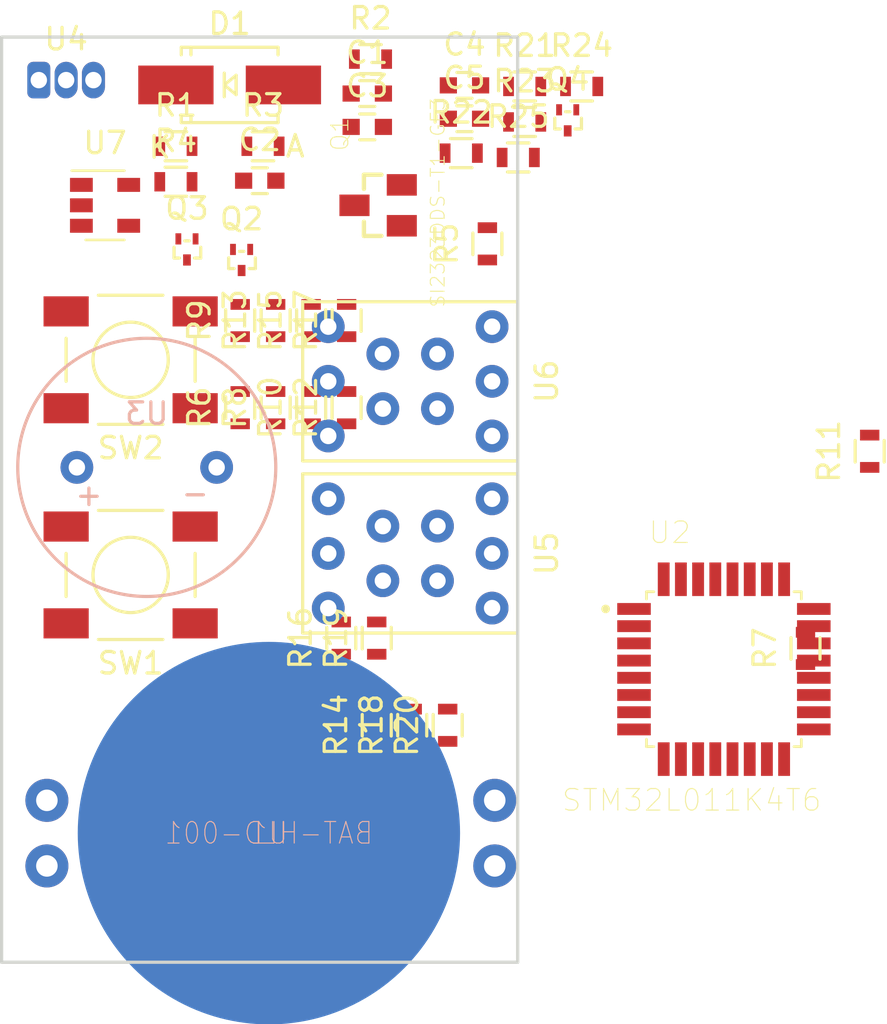
<source format=kicad_pcb>
(kicad_pcb (version 20171130) (host pcbnew 5.0.1)

  (general
    (thickness 1.6)
    (drawings 4)
    (tracks 0)
    (zones 0)
    (modules 44)
    (nets 63)
  )

  (page A4)
  (layers
    (0 F.Cu signal)
    (31 B.Cu signal)
    (32 B.Adhes user)
    (33 F.Adhes user)
    (34 B.Paste user)
    (35 F.Paste user)
    (36 B.SilkS user)
    (37 F.SilkS user)
    (38 B.Mask user)
    (39 F.Mask user)
    (40 Dwgs.User user)
    (41 Cmts.User user)
    (42 Eco1.User user)
    (43 Eco2.User user)
    (44 Edge.Cuts user)
    (45 Margin user)
    (46 B.CrtYd user)
    (47 F.CrtYd user)
    (48 B.Fab user)
    (49 F.Fab user hide)
  )

  (setup
    (last_trace_width 0.25)
    (trace_clearance 0.2)
    (zone_clearance 0.508)
    (zone_45_only no)
    (trace_min 0.2)
    (segment_width 0.2)
    (edge_width 0.15)
    (via_size 0.8)
    (via_drill 0.4)
    (via_min_size 0.4)
    (via_min_drill 0.3)
    (uvia_size 0.3)
    (uvia_drill 0.1)
    (uvias_allowed no)
    (uvia_min_size 0.2)
    (uvia_min_drill 0.1)
    (pcb_text_width 0.3)
    (pcb_text_size 1.5 1.5)
    (mod_edge_width 0.15)
    (mod_text_size 1 1)
    (mod_text_width 0.15)
    (pad_size 1.524 1.524)
    (pad_drill 0.762)
    (pad_to_mask_clearance 0.051)
    (solder_mask_min_width 0.25)
    (aux_axis_origin 0 0)
    (grid_origin 144.78 148.59)
    (visible_elements FFFFFF7F)
    (pcbplotparams
      (layerselection 0x010fc_ffffffff)
      (usegerberextensions false)
      (usegerberattributes false)
      (usegerberadvancedattributes false)
      (creategerberjobfile false)
      (excludeedgelayer true)
      (linewidth 0.100000)
      (plotframeref false)
      (viasonmask false)
      (mode 1)
      (useauxorigin false)
      (hpglpennumber 1)
      (hpglpenspeed 20)
      (hpglpendiameter 15.000000)
      (psnegative false)
      (psa4output false)
      (plotreference true)
      (plotvalue true)
      (plotinvisibletext false)
      (padsonsilk false)
      (subtractmaskfromsilk false)
      (outputformat 1)
      (mirror false)
      (drillshape 1)
      (scaleselection 1)
      (outputdirectory ""))
  )

  (net 0 "")
  (net 1 +BATT)
  (net 2 GND)
  (net 3 "Net-(U2-Pad3)")
  (net 4 "Net-(U2-Pad7)")
  (net 5 "Net-(U2-Pad9)")
  (net 6 "Net-(U2-Pad10)")
  (net 7 "Net-(U2-Pad11)")
  (net 8 "Net-(U2-Pad12)")
  (net 9 "Net-(U2-Pad13)")
  (net 10 "Net-(U2-Pad19)")
  (net 11 "Net-(U2-Pad20)")
  (net 12 "Net-(U2-Pad26)")
  (net 13 "Net-(U2-Pad27)")
  (net 14 "Net-(Q2-Pad1)")
  (net 15 "Net-(Q3-Pad1)")
  (net 16 "Net-(Q3-Pad3)")
  (net 17 "Net-(U7-Pad4)")
  (net 18 VCC)
  (net 19 +1V8)
  (net 20 "Net-(D1-Pad2)")
  (net 21 "Net-(R5-Pad1)")
  (net 22 "Net-(R6-Pad1)")
  (net 23 "Net-(R7-Pad1)")
  (net 24 "Net-(R8-Pad1)")
  (net 25 "Net-(R9-Pad1)")
  (net 26 "Net-(R10-Pad1)")
  (net 27 "Net-(R11-Pad1)")
  (net 28 "Net-(R12-Pad1)")
  (net 29 "Net-(R13-Pad1)")
  (net 30 "Net-(R14-Pad1)")
  (net 31 "Net-(R15-Pad1)")
  (net 32 "Net-(R16-Pad1)")
  (net 33 "Net-(R17-Pad1)")
  (net 34 "Net-(R18-Pad1)")
  (net 35 "Net-(R19-Pad1)")
  (net 36 "Net-(R20-Pad1)")
  (net 37 "Net-(Q4-Pad1)")
  (net 38 "Net-(Q4-Pad3)")
  (net 39 /BUZZER_CTRL)
  (net 40 /THERM_CTRL)
  (net 41 /DISP_SEG_A)
  (net 42 /DISP_SEG_B)
  (net 43 /DISP_SEG_C)
  (net 44 /DISP_SEG_D)
  (net 45 /DISP_SEG_E)
  (net 46 /DISP_SEG_F)
  (net 47 /DISP_SEG_G)
  (net 48 /DISP_SEG_DP)
  (net 49 "Net-(R21-Pad2)")
  (net 50 /BATT_MEAS_CTRL)
  (net 51 /BATT_MEAS)
  (net 52 /BTN_UP)
  (net 53 /BTN_DN)
  (net 54 /MCO)
  (net 55 /NRST)
  (net 56 /VCP_TX)
  (net 57 /SWDIO)
  (net 58 /SWCLK)
  (net 59 /VCP_RX)
  (net 60 /THERM_MEAS)
  (net 61 /DISP_BLK_1_EN)
  (net 62 /DISP_BLK_2_EN)

  (net_class Default "This is the default net class."
    (clearance 0.2)
    (trace_width 0.25)
    (via_dia 0.8)
    (via_drill 0.4)
    (uvia_dia 0.3)
    (uvia_drill 0.1)
    (add_net +1V8)
    (add_net +BATT)
    (add_net /BATT_MEAS)
    (add_net /BATT_MEAS_CTRL)
    (add_net /BTN_DN)
    (add_net /BTN_UP)
    (add_net /BUZZER_CTRL)
    (add_net /DISP_BLK_1_EN)
    (add_net /DISP_BLK_2_EN)
    (add_net /DISP_SEG_A)
    (add_net /DISP_SEG_B)
    (add_net /DISP_SEG_C)
    (add_net /DISP_SEG_D)
    (add_net /DISP_SEG_DP)
    (add_net /DISP_SEG_E)
    (add_net /DISP_SEG_F)
    (add_net /DISP_SEG_G)
    (add_net /MCO)
    (add_net /NRST)
    (add_net /SWCLK)
    (add_net /SWDIO)
    (add_net /THERM_CTRL)
    (add_net /THERM_MEAS)
    (add_net /VCP_RX)
    (add_net /VCP_TX)
    (add_net GND)
    (add_net "Net-(D1-Pad2)")
    (add_net "Net-(Q2-Pad1)")
    (add_net "Net-(Q3-Pad1)")
    (add_net "Net-(Q3-Pad3)")
    (add_net "Net-(Q4-Pad1)")
    (add_net "Net-(Q4-Pad3)")
    (add_net "Net-(R10-Pad1)")
    (add_net "Net-(R11-Pad1)")
    (add_net "Net-(R12-Pad1)")
    (add_net "Net-(R13-Pad1)")
    (add_net "Net-(R14-Pad1)")
    (add_net "Net-(R15-Pad1)")
    (add_net "Net-(R16-Pad1)")
    (add_net "Net-(R17-Pad1)")
    (add_net "Net-(R18-Pad1)")
    (add_net "Net-(R19-Pad1)")
    (add_net "Net-(R20-Pad1)")
    (add_net "Net-(R21-Pad2)")
    (add_net "Net-(R5-Pad1)")
    (add_net "Net-(R6-Pad1)")
    (add_net "Net-(R7-Pad1)")
    (add_net "Net-(R8-Pad1)")
    (add_net "Net-(R9-Pad1)")
    (add_net "Net-(U2-Pad10)")
    (add_net "Net-(U2-Pad11)")
    (add_net "Net-(U2-Pad12)")
    (add_net "Net-(U2-Pad13)")
    (add_net "Net-(U2-Pad19)")
    (add_net "Net-(U2-Pad20)")
    (add_net "Net-(U2-Pad26)")
    (add_net "Net-(U2-Pad27)")
    (add_net "Net-(U2-Pad3)")
    (add_net "Net-(U2-Pad7)")
    (add_net "Net-(U2-Pad9)")
    (add_net "Net-(U7-Pad4)")
    (add_net VCC)
  )

  (module STM32L011K4T6:QFP80P900X900X160-32N (layer F.Cu) (tedit 0) (tstamp 5BD0FCBC)
    (at 177.37 126.97)
    (path /5BD0E5BF)
    (attr smd)
    (fp_text reference U2 (at -2.51569 -6.35035) (layer F.SilkS)
      (effects (font (size 1.00046 1.00046) (thickness 0.05)))
    )
    (fp_text value STM32L011K4T6 (at -1.4987 6.08718) (layer F.SilkS)
      (effects (font (size 1.00125 1.00125) (thickness 0.05)))
    )
    (fp_line (start -3.6 -3.6) (end 3.6 -3.6) (layer Dwgs.User) (width 0.127))
    (fp_line (start 3.6 -3.6) (end 3.6 3.6) (layer Dwgs.User) (width 0.127))
    (fp_line (start 3.6 3.6) (end -3.6 3.6) (layer Dwgs.User) (width 0.127))
    (fp_line (start -3.6 3.6) (end -3.6 -3.6) (layer Dwgs.User) (width 0.127))
    (fp_line (start -5.21 -5.21) (end 5.21 -5.21) (layer Eco1.User) (width 0.05))
    (fp_line (start 5.21 -5.21) (end 5.21 5.21) (layer Eco1.User) (width 0.05))
    (fp_line (start 5.21 5.21) (end -5.21 5.21) (layer Eco1.User) (width 0.05))
    (fp_line (start -5.21 5.21) (end -5.21 -5.21) (layer Eco1.User) (width 0.05))
    (fp_circle (center -5.5 -2.8) (end -5.4 -2.8) (layer F.SilkS) (width 0.2))
    (fp_line (start -3.6 3.26) (end -3.6 3.6) (layer F.SilkS) (width 0.127))
    (fp_line (start -3.6 3.6) (end -3.26 3.6) (layer F.SilkS) (width 0.127))
    (fp_line (start 3.26 3.6) (end 3.6 3.6) (layer F.SilkS) (width 0.127))
    (fp_line (start 3.6 3.6) (end 3.6 3.26) (layer F.SilkS) (width 0.127))
    (fp_line (start 3.6 -3.26) (end 3.6 -3.6) (layer F.SilkS) (width 0.127))
    (fp_line (start 3.6 -3.6) (end 3.26 -3.6) (layer F.SilkS) (width 0.127))
    (fp_line (start -3.26 -3.6) (end -3.6 -3.6) (layer F.SilkS) (width 0.127))
    (fp_line (start -3.6 -3.6) (end -3.6 -3.26) (layer F.SilkS) (width 0.127))
    (fp_circle (center -3.2 -3.1) (end -3.1 -3.1) (layer Dwgs.User) (width 0.2))
    (pad 1 smd rect (at -4.18 -2.8) (size 1.56 0.55) (layers F.Cu F.Paste F.Mask)
      (net 18 VCC))
    (pad 2 smd rect (at -4.18 -2) (size 1.56 0.55) (layers F.Cu F.Paste F.Mask)
      (net 54 /MCO))
    (pad 3 smd rect (at -4.18 -1.2) (size 1.56 0.55) (layers F.Cu F.Paste F.Mask)
      (net 3 "Net-(U2-Pad3)"))
    (pad 4 smd rect (at -4.18 -0.4) (size 1.56 0.55) (layers F.Cu F.Paste F.Mask)
      (net 55 /NRST))
    (pad 5 smd rect (at -4.18 0.4) (size 1.56 0.55) (layers F.Cu F.Paste F.Mask)
      (net 19 +1V8))
    (pad 6 smd rect (at -4.18 1.2) (size 1.56 0.55) (layers F.Cu F.Paste F.Mask)
      (net 54 /MCO))
    (pad 7 smd rect (at -4.18 2) (size 1.56 0.55) (layers F.Cu F.Paste F.Mask)
      (net 4 "Net-(U2-Pad7)"))
    (pad 8 smd rect (at -4.18 2.8) (size 1.56 0.55) (layers F.Cu F.Paste F.Mask)
      (net 56 /VCP_TX))
    (pad 9 smd rect (at -2.8 4.18 90) (size 1.56 0.55) (layers F.Cu F.Paste F.Mask)
      (net 5 "Net-(U2-Pad9)"))
    (pad 10 smd rect (at -2 4.18 90) (size 1.56 0.55) (layers F.Cu F.Paste F.Mask)
      (net 6 "Net-(U2-Pad10)"))
    (pad 11 smd rect (at -1.2 4.18 90) (size 1.56 0.55) (layers F.Cu F.Paste F.Mask)
      (net 7 "Net-(U2-Pad11)"))
    (pad 12 smd rect (at -0.4 4.18 90) (size 1.56 0.55) (layers F.Cu F.Paste F.Mask)
      (net 8 "Net-(U2-Pad12)"))
    (pad 13 smd rect (at 0.4 4.18 90) (size 1.56 0.55) (layers F.Cu F.Paste F.Mask)
      (net 9 "Net-(U2-Pad13)"))
    (pad 14 smd rect (at 1.2 4.18 90) (size 1.56 0.55) (layers F.Cu F.Paste F.Mask)
      (net 42 /DISP_SEG_B))
    (pad 15 smd rect (at 2 4.18 90) (size 1.56 0.55) (layers F.Cu F.Paste F.Mask)
      (net 45 /DISP_SEG_E))
    (pad 16 smd rect (at 2.8 4.18 90) (size 1.56 0.55) (layers F.Cu F.Paste F.Mask)
      (net 2 GND))
    (pad 17 smd rect (at 4.18 2.8 180) (size 1.56 0.55) (layers F.Cu F.Paste F.Mask)
      (net 18 VCC))
    (pad 18 smd rect (at 4.18 2 180) (size 1.56 0.55) (layers F.Cu F.Paste F.Mask)
      (net 46 /DISP_SEG_F))
    (pad 19 smd rect (at 4.18 1.2 180) (size 1.56 0.55) (layers F.Cu F.Paste F.Mask)
      (net 10 "Net-(U2-Pad19)"))
    (pad 20 smd rect (at 4.18 0.4 180) (size 1.56 0.55) (layers F.Cu F.Paste F.Mask)
      (net 11 "Net-(U2-Pad20)"))
    (pad 21 smd rect (at 4.18 -0.4 180) (size 1.56 0.55) (layers F.Cu F.Paste F.Mask)
      (net 47 /DISP_SEG_G))
    (pad 22 smd rect (at 4.18 -1.2 180) (size 1.56 0.55) (layers F.Cu F.Paste F.Mask)
      (net 41 /DISP_SEG_A))
    (pad 23 smd rect (at 4.18 -2 180) (size 1.56 0.55) (layers F.Cu F.Paste F.Mask)
      (net 57 /SWDIO))
    (pad 24 smd rect (at 4.18 -2.8 180) (size 1.56 0.55) (layers F.Cu F.Paste F.Mask)
      (net 58 /SWCLK))
    (pad 25 smd rect (at 2.8 -4.18 270) (size 1.56 0.55) (layers F.Cu F.Paste F.Mask)
      (net 59 /VCP_RX))
    (pad 26 smd rect (at 2 -4.18 270) (size 1.56 0.55) (layers F.Cu F.Paste F.Mask)
      (net 12 "Net-(U2-Pad26)"))
    (pad 27 smd rect (at 1.2 -4.18 270) (size 1.56 0.55) (layers F.Cu F.Paste F.Mask)
      (net 13 "Net-(U2-Pad27)"))
    (pad 28 smd rect (at 0.4 -4.18 270) (size 1.56 0.55) (layers F.Cu F.Paste F.Mask)
      (net 48 /DISP_SEG_DP))
    (pad 29 smd rect (at -0.4 -4.18 270) (size 1.56 0.55) (layers F.Cu F.Paste F.Mask)
      (net 44 /DISP_SEG_D))
    (pad 30 smd rect (at -1.2 -4.18 270) (size 1.56 0.55) (layers F.Cu F.Paste F.Mask)
      (net 43 /DISP_SEG_C))
    (pad 31 smd rect (at -2 -4.18 270) (size 1.56 0.55) (layers F.Cu F.Paste F.Mask)
      (net 49 "Net-(R21-Pad2)"))
    (pad 32 smd rect (at -2.8 -4.18 270) (size 1.56 0.55) (layers F.Cu F.Paste F.Mask)
      (net 2 GND))
    (model "${KIPRJMOD}/component_stepfiles/TQFP 32.stp"
      (at (xyz 0 0 0))
      (scale (xyz 1 1 1))
      (rotate (xyz 0 0 0))
    )
  )

  (module SI2323DS-T1-GE3:SOT23 (layer F.Cu) (tedit 0) (tstamp 5BD3FCFB)
    (at 161.29 105.41 90)
    (descr "<b>SMALL OUTLINE TRANSISTOR</b><p>reflow soldering")
    (path /5BD0F520)
    (attr smd)
    (fp_text reference Q1 (at 3.30519 -1.77972 90) (layer F.SilkS)
      (effects (font (size 0.800772 0.800772) (thickness 0.05)))
    )
    (fp_text value SI2323DDS-T1-GE3 (at 0.127225 2.77352 90) (layer F.SilkS)
      (effects (font (size 0.641135 0.641135) (thickness 0.05)))
    )
    (fp_line (start 1.4224 -0.6604) (end 1.4224 0.6604) (layer Dwgs.User) (width 0.2032))
    (fp_line (start 1.4224 0.6604) (end -1.4224 0.6604) (layer Dwgs.User) (width 0.2032))
    (fp_line (start -1.4224 0.6604) (end -1.4224 -0.6604) (layer Dwgs.User) (width 0.2032))
    (fp_line (start -1.4224 -0.6604) (end 1.4224 -0.6604) (layer Dwgs.User) (width 0.2032))
    (fp_line (start -1.4224 0.1524) (end -1.4224 -0.6604) (layer F.SilkS) (width 0.2032))
    (fp_line (start -1.4224 -0.6604) (end -0.7636 -0.6604) (layer F.SilkS) (width 0.2032))
    (fp_line (start 1.4224 -0.6604) (end 1.4224 0.1524) (layer F.SilkS) (width 0.2032))
    (fp_line (start 0.7636 -0.6604) (end 1.4224 -0.6604) (layer F.SilkS) (width 0.2032))
    (fp_poly (pts (xy -0.501039 -0.3) (xy 0.5001 -0.3) (xy 0.5001 0.300563) (xy -0.501039 0.300563)) (layer Dwgs.User) (width 0))
    (fp_poly (pts (xy -0.228835 -1.2954) (xy 0.2286 -1.2954) (xy 0.2286 -0.711929) (xy -0.228835 -0.711929)) (layer Dwgs.User) (width 0))
    (fp_poly (pts (xy 0.712238 0.7112) (xy 1.1684 0.7112) (xy 1.1684 1.29729) (xy 0.712238 1.29729)) (layer Dwgs.User) (width 0))
    (fp_poly (pts (xy -1.1711 0.7112) (xy -0.7112 0.7112) (xy -0.7112 1.29839) (xy -1.1711 1.29839)) (layer Dwgs.User) (width 0))
    (pad 3 smd rect (at 0 -1.1 90) (size 1 1.4) (layers F.Cu F.Paste F.Mask)
      (net 18 VCC))
    (pad 2 smd rect (at 0.95 1.1 90) (size 1 1.4) (layers F.Cu F.Paste F.Mask)
      (net 1 +BATT))
    (pad 1 smd rect (at -0.95 1.1 90) (size 1 1.4) (layers F.Cu F.Paste F.Mask)
      (net 2 GND))
    (model ${KIPRJMOD}/component_stepfiles/SOT23-3.stp
      (at (xyz 0 0 0))
      (scale (xyz 1 1 1))
      (rotate (xyz 0 0 90))
    )
  )

  (module custom_footprints:ABT-407-RC (layer B.Cu) (tedit 5BD0FD21) (tstamp 5BD6FEA2)
    (at 147.28 117.59)
    (path /5BD0FB9E)
    (fp_text reference U3 (at 3.25 -2.5) (layer B.SilkS)
      (effects (font (size 1 1) (thickness 0.15)) (justify mirror))
    )
    (fp_text value ABT-407-RC (at 3.25 2.5) (layer B.Fab)
      (effects (font (size 1 1) (thickness 0.15)) (justify mirror))
    )
    (fp_text user + (at 0.56 1.27) (layer B.SilkS)
      (effects (font (size 1 1) (thickness 0.15)) (justify mirror))
    )
    (fp_text user - (at 5.5 1.2) (layer B.SilkS)
      (effects (font (size 1 1) (thickness 0.15)) (justify mirror))
    )
    (fp_circle (center 3.25 0) (end 9.25 0) (layer B.SilkS) (width 0.15))
    (pad 1 thru_hole circle (at 0 0) (size 1.524 1.524) (drill 0.762) (layers *.Cu *.Mask)
      (net 18 VCC))
    (pad 2 thru_hole circle (at 6.5 0) (size 1.524 1.524) (drill 0.762) (layers *.Cu *.Mask)
      (net 20 "Net-(D1-Pad2)"))
    (model ${KIPRJMOD}/component_stepfiles/ABT-407-RC.step
      (offset (xyz 3.25 0 5))
      (scale (xyz 1 1 1))
      (rotate (xyz 0 -90 90))
    )
  )

  (module custom_footprints:LMT84LPGM (layer F.Cu) (tedit 5BD1EA93) (tstamp 5BD2A80B)
    (at 145.51 99.59)
    (path /5BD1E66F)
    (fp_text reference U4 (at 1.27 -1.905) (layer F.SilkS)
      (effects (font (size 1 1) (thickness 0.15)))
    )
    (fp_text value LMT84LPGM (at -5.08 0) (layer F.Fab)
      (effects (font (size 1 1) (thickness 0.15)))
    )
    (pad 1 thru_hole roundrect (at 0 0) (size 1.07 1.7) (drill oval 0.762) (layers *.Cu *.Mask) (roundrect_rratio 0.25)
      (net 16 "Net-(Q3-Pad3)"))
    (pad 2 thru_hole oval (at 1.27 0) (size 1.07 1.7) (drill oval 0.762) (layers *.Cu *.Mask)
      (net 60 /THERM_MEAS))
    (pad 3 thru_hole oval (at 2.54 0) (size 1.07 1.7) (drill oval 0.762) (layers *.Cu *.Mask)
      (net 19 +1V8))
  )

  (module custom_footprints:LL3301FF065QJ (layer F.Cu) (tedit 5BD1FAC4) (tstamp 5BD4F7E6)
    (at 149.78 122.59 180)
    (path /5BD20AC1)
    (fp_text reference SW1 (at 0 -4.1 180) (layer F.SilkS)
      (effects (font (size 1 1) (thickness 0.15)))
    )
    (fp_text value LL3301FF065QJ (at 0 4.2 180) (layer F.Fab)
      (effects (font (size 1 1) (thickness 0.15)))
    )
    (fp_circle (center 0 0) (end 1.75 0) (layer F.SilkS) (width 0.15))
    (fp_line (start -3 -1) (end -3 1) (layer F.SilkS) (width 0.15))
    (fp_line (start 3 -1) (end 3 1) (layer F.SilkS) (width 0.15))
    (fp_line (start -1.5 -3) (end 1.5 -3) (layer F.SilkS) (width 0.15))
    (fp_line (start -1.5 3) (end 1.5 3) (layer F.SilkS) (width 0.15))
    (pad 1 smd rect (at -3 -2.25 180) (size 2.1 1.4) (layers F.Cu F.Paste F.Mask)
      (net 18 VCC))
    (pad 2 smd rect (at -3 2.25 180) (size 2.1 1.4) (layers F.Cu F.Paste F.Mask)
      (net 52 /BTN_UP))
    (pad 1 smd rect (at 3 -2.25 180) (size 2.1 1.4) (layers F.Cu F.Paste F.Mask)
      (net 18 VCC))
    (pad 2 smd rect (at 3 2.25 180) (size 2.1 1.4) (layers F.Cu F.Paste F.Mask)
      (net 52 /BTN_UP))
    (model ${KISYS3DMOD}/Buttons_Switches_SMD.3dshapes/SW_SPST_EVQQ2_03W.wrl
      (at (xyz 0 0 0))
      (scale (xyz 1 1 1))
      (rotate (xyz 0 0 0))
    )
  )

  (module custom_footprints:TDSR0760 (layer F.Cu) (tedit 5BD20343) (tstamp 5BD7A39E)
    (at 162.78 121.59 270)
    (path /5BD23F5F)
    (fp_text reference U5 (at 0 -6.35 270) (layer F.SilkS)
      (effects (font (size 1 1) (thickness 0.15)))
    )
    (fp_text value TDSR0760 (at 0 6.35 270) (layer F.Fab)
      (effects (font (size 1 1) (thickness 0.15)))
    )
    (fp_line (start -3.7 5) (end 3.7 5) (layer F.SilkS) (width 0.15))
    (fp_line (start 3.7 5) (end 3.7 -5) (layer F.SilkS) (width 0.15))
    (fp_line (start 3.7 -5) (end -3.7 -5) (layer F.SilkS) (width 0.15))
    (fp_line (start -3.7 -5) (end -3.7 5) (layer F.SilkS) (width 0.15))
    (pad 1 thru_hole circle (at -2.54 3.81 270) (size 1.524 1.524) (drill 0.762) (layers *.Cu *.Mask)
      (net 33 "Net-(R17-Pad1)"))
    (pad 2 thru_hole circle (at -1.27 1.27 270) (size 1.524 1.524) (drill 0.762) (layers *.Cu *.Mask)
      (net 32 "Net-(R16-Pad1)"))
    (pad 3 thru_hole circle (at 0 3.81 270) (size 1.524 1.524) (drill 0.762) (layers *.Cu *.Mask)
      (net 61 /DISP_BLK_1_EN))
    (pad 4 thru_hole circle (at 1.27 1.27 270) (size 1.524 1.524) (drill 0.762) (layers *.Cu *.Mask)
      (net 31 "Net-(R15-Pad1)"))
    (pad 5 thru_hole circle (at 2.54 3.81 270) (size 1.524 1.524) (drill 0.762) (layers *.Cu *.Mask)
      (net 36 "Net-(R20-Pad1)"))
    (pad 6 thru_hole circle (at 2.54 -3.81 270) (size 1.524 1.524) (drill 0.762) (layers *.Cu *.Mask)
      (net 30 "Net-(R14-Pad1)"))
    (pad 7 thru_hole circle (at 1.27 -1.27 270) (size 1.524 1.524) (drill 0.762) (layers *.Cu *.Mask)
      (net 29 "Net-(R13-Pad1)"))
    (pad 8 thru_hole circle (at 0 -3.81 270) (size 1.524 1.524) (drill 0.762) (layers *.Cu *.Mask)
      (net 61 /DISP_BLK_1_EN))
    (pad 9 thru_hole circle (at -1.27 -1.27 270) (size 1.524 1.524) (drill 0.762) (layers *.Cu *.Mask)
      (net 35 "Net-(R19-Pad1)"))
    (pad 10 thru_hole circle (at -2.54 -3.81 270) (size 1.524 1.524) (drill 0.762) (layers *.Cu *.Mask)
      (net 34 "Net-(R18-Pad1)"))
    (model "${KIPRJMOD}/component_stepfiles/7 segment display 7mm red.stp"
      (at (xyz 0 0 0))
      (scale (xyz 1 1 1))
      (rotate (xyz 0 0 0))
    )
  )

  (module custom_footprints:LL3301FF065QJ (layer F.Cu) (tedit 5BD1FAC4) (tstamp 5BD7AA33)
    (at 149.78 112.59 180)
    (path /5BD2719F)
    (fp_text reference SW2 (at 0 -4.1 180) (layer F.SilkS)
      (effects (font (size 1 1) (thickness 0.15)))
    )
    (fp_text value LL3301FF065QJ (at 0 4.2 180) (layer F.Fab)
      (effects (font (size 1 1) (thickness 0.15)))
    )
    (fp_circle (center 0 0) (end 1.75 0) (layer F.SilkS) (width 0.15))
    (fp_line (start -3 -1) (end -3 1) (layer F.SilkS) (width 0.15))
    (fp_line (start 3 -1) (end 3 1) (layer F.SilkS) (width 0.15))
    (fp_line (start -1.5 -3) (end 1.5 -3) (layer F.SilkS) (width 0.15))
    (fp_line (start -1.5 3) (end 1.5 3) (layer F.SilkS) (width 0.15))
    (pad 1 smd rect (at -3 -2.25 180) (size 2.1 1.4) (layers F.Cu F.Paste F.Mask)
      (net 18 VCC))
    (pad 2 smd rect (at -3 2.25 180) (size 2.1 1.4) (layers F.Cu F.Paste F.Mask)
      (net 53 /BTN_DN))
    (pad 1 smd rect (at 3 -2.25 180) (size 2.1 1.4) (layers F.Cu F.Paste F.Mask)
      (net 18 VCC))
    (pad 2 smd rect (at 3 2.25 180) (size 2.1 1.4) (layers F.Cu F.Paste F.Mask)
      (net 53 /BTN_DN))
    (model ${KISYS3DMOD}/Buttons_Switches_SMD.3dshapes/SW_SPST_EVQQ2_03W.wrl
      (at (xyz 0 0 0))
      (scale (xyz 1 1 1))
      (rotate (xyz 0 0 0))
    )
  )

  (module custom_footprints:TDSR0760 (layer F.Cu) (tedit 5BD20343) (tstamp 5BD7AA45)
    (at 162.78 113.59 270)
    (path /5BD26F7D)
    (fp_text reference U6 (at 0 -6.35 270) (layer F.SilkS)
      (effects (font (size 1 1) (thickness 0.15)))
    )
    (fp_text value TDSR0760 (at 0 6.35 270) (layer F.Fab)
      (effects (font (size 1 1) (thickness 0.15)))
    )
    (fp_line (start -3.7 5) (end 3.7 5) (layer F.SilkS) (width 0.15))
    (fp_line (start 3.7 5) (end 3.7 -5) (layer F.SilkS) (width 0.15))
    (fp_line (start 3.7 -5) (end -3.7 -5) (layer F.SilkS) (width 0.15))
    (fp_line (start -3.7 -5) (end -3.7 5) (layer F.SilkS) (width 0.15))
    (pad 1 thru_hole circle (at -2.54 3.81 270) (size 1.524 1.524) (drill 0.762) (layers *.Cu *.Mask)
      (net 25 "Net-(R9-Pad1)"))
    (pad 2 thru_hole circle (at -1.27 1.27 270) (size 1.524 1.524) (drill 0.762) (layers *.Cu *.Mask)
      (net 24 "Net-(R8-Pad1)"))
    (pad 3 thru_hole circle (at 0 3.81 270) (size 1.524 1.524) (drill 0.762) (layers *.Cu *.Mask)
      (net 62 /DISP_BLK_2_EN))
    (pad 4 thru_hole circle (at 1.27 1.27 270) (size 1.524 1.524) (drill 0.762) (layers *.Cu *.Mask)
      (net 23 "Net-(R7-Pad1)"))
    (pad 5 thru_hole circle (at 2.54 3.81 270) (size 1.524 1.524) (drill 0.762) (layers *.Cu *.Mask)
      (net 28 "Net-(R12-Pad1)"))
    (pad 6 thru_hole circle (at 2.54 -3.81 270) (size 1.524 1.524) (drill 0.762) (layers *.Cu *.Mask)
      (net 22 "Net-(R6-Pad1)"))
    (pad 7 thru_hole circle (at 1.27 -1.27 270) (size 1.524 1.524) (drill 0.762) (layers *.Cu *.Mask)
      (net 21 "Net-(R5-Pad1)"))
    (pad 8 thru_hole circle (at 0 -3.81 270) (size 1.524 1.524) (drill 0.762) (layers *.Cu *.Mask)
      (net 62 /DISP_BLK_2_EN))
    (pad 9 thru_hole circle (at -1.27 -1.27 270) (size 1.524 1.524) (drill 0.762) (layers *.Cu *.Mask)
      (net 27 "Net-(R11-Pad1)"))
    (pad 10 thru_hole circle (at -2.54 -3.81 270) (size 1.524 1.524) (drill 0.762) (layers *.Cu *.Mask)
      (net 26 "Net-(R10-Pad1)"))
    (model "${KIPRJMOD}/component_stepfiles/7 segment display 7mm red.stp"
      (at (xyz 0 0 0))
      (scale (xyz 1 1 1))
      (rotate (xyz 0 0 0))
    )
  )

  (module custom_footprints:BAT-HLD-001-THM (layer B.Cu) (tedit 5BD2CA4B) (tstamp 5BD5D794)
    (at 156.21 134.59 180)
    (path /5BCF1DEC)
    (attr smd)
    (fp_text reference U1 (at 0 0 180) (layer B.SilkS)
      (effects (font (size 1 0.9) (thickness 0.05)) (justify mirror))
    )
    (fp_text value BAT-HLD-001 (at 0 0 180) (layer B.SilkS)
      (effects (font (size 1 0.9) (thickness 0.05)) (justify mirror))
    )
    (pad - smd circle (at 0 0 180) (size 17.78 17.78) (layers B.Cu B.Paste B.Mask)
      (net 2 GND))
    (pad +@1 thru_hole circle (at -10.50336 1.524 180) (size 2 2) (drill 1) (layers *.Cu *.Mask)
      (net 1 +BATT))
    (pad +@2 thru_hole circle (at -10.50336 -1.524 180) (size 2 2) (drill 1) (layers *.Cu *.Mask)
      (net 1 +BATT))
    (pad +@3 thru_hole circle (at 10.32464 -1.524 180) (size 2 2) (drill 1) (layers *.Cu *.Mask))
    (pad +@4 thru_hole circle (at 10.32464 1.524 180) (size 2 2) (drill 1) (layers *.Cu *.Mask))
    (model ${KIPRJMOD}/component_stepfiles/b154861dc69f8998d2aeb9d2030ef526636c6ad0.step
      (offset (xyz 0 0 1.269999980926514))
      (scale (xyz 1 1 1))
      (rotate (xyz 0 0 0))
    )
    (model "${KIPRJMOD}/component_stepfiles/Battery CR2032.stp"
      (offset (xyz 0 0 0.6349999904632568))
      (scale (xyz 1 1 1))
      (rotate (xyz 180 0 0))
    )
  )

  (module custom_footprints:SOT-723 (layer F.Cu) (tedit 5BD37CF5) (tstamp 5BD7BE1A)
    (at 152.4 107.46)
    (path /5BD320D0)
    (fp_text reference Q3 (at 0 -1.905) (layer F.SilkS)
      (effects (font (size 1 1) (thickness 0.15)))
    )
    (fp_text value SSM3K35AMFV (at 0 1.53) (layer F.Fab)
      (effects (font (size 1 1) (thickness 0.15)))
    )
    (fp_line (start -0.1 -0.4) (end 0.1 -0.4) (layer F.SilkS) (width 0.15))
    (fp_line (start 0.64 -0.1) (end 0.64 0.4) (layer F.SilkS) (width 0.15))
    (fp_line (start 0.64 0.4) (end 0.35 0.4) (layer F.SilkS) (width 0.15))
    (fp_line (start -0.6 -0.1) (end -0.6 0.4) (layer F.SilkS) (width 0.15))
    (fp_line (start -0.6 0.4) (end -0.35 0.4) (layer F.SilkS) (width 0.15))
    (pad 1 smd rect (at -0.4 -0.49) (size 0.27 0.52) (layers F.Cu F.Paste F.Mask)
      (net 15 "Net-(Q3-Pad1)"))
    (pad 2 smd rect (at 0.4 -0.49) (size 0.27 0.52) (layers F.Cu F.Paste F.Mask)
      (net 2 GND))
    (pad 3 smd rect (at 0 0.49) (size 0.36 0.52) (layers F.Cu F.Paste F.Mask)
      (net 16 "Net-(Q3-Pad3)"))
    (model ${KIPRJMOD}/component_stepfiles/SOT723.step
      (offset (xyz 0.625 0.45 0))
      (scale (xyz 1 1 1))
      (rotate (xyz 0 0 180))
    )
  )

  (module TO_SOT_Packages_SMD:SOT-23-5 (layer F.Cu) (tedit 583F3A3F) (tstamp 5BDA7876)
    (at 148.59 105.41)
    (descr "5-pin SOT23 package")
    (tags SOT-23-5)
    (path /5BD30297)
    (attr smd)
    (fp_text reference U7 (at 0 -2.9) (layer F.SilkS)
      (effects (font (size 1 1) (thickness 0.15)))
    )
    (fp_text value AP7354D-18W5-7 (at 0 2.9) (layer F.Fab)
      (effects (font (size 1 1) (thickness 0.15)))
    )
    (fp_line (start -0.9 1.61) (end 0.9 1.61) (layer F.SilkS) (width 0.12))
    (fp_line (start 0.9 -1.61) (end -1.55 -1.61) (layer F.SilkS) (width 0.12))
    (fp_line (start -1.9 -1.8) (end 1.9 -1.8) (layer F.CrtYd) (width 0.05))
    (fp_line (start 1.9 -1.8) (end 1.9 1.8) (layer F.CrtYd) (width 0.05))
    (fp_line (start 1.9 1.8) (end -1.9 1.8) (layer F.CrtYd) (width 0.05))
    (fp_line (start -1.9 1.8) (end -1.9 -1.8) (layer F.CrtYd) (width 0.05))
    (fp_line (start 0.9 -1.55) (end -0.9 -1.55) (layer F.Fab) (width 0.15))
    (fp_line (start -0.9 -1.55) (end -0.9 1.55) (layer F.Fab) (width 0.15))
    (fp_line (start 0.9 1.55) (end -0.9 1.55) (layer F.Fab) (width 0.15))
    (fp_line (start 0.9 -1.55) (end 0.9 1.55) (layer F.Fab) (width 0.15))
    (pad 1 smd rect (at -1.1 -0.95) (size 1.06 0.65) (layers F.Cu F.Paste F.Mask)
      (net 18 VCC))
    (pad 2 smd rect (at -1.1 0) (size 1.06 0.65) (layers F.Cu F.Paste F.Mask)
      (net 2 GND))
    (pad 3 smd rect (at -1.1 0.95) (size 1.06 0.65) (layers F.Cu F.Paste F.Mask)
      (net 18 VCC))
    (pad 4 smd rect (at 1.1 0.95) (size 1.06 0.65) (layers F.Cu F.Paste F.Mask)
      (net 17 "Net-(U7-Pad4)"))
    (pad 5 smd rect (at 1.1 -0.95) (size 1.06 0.65) (layers F.Cu F.Paste F.Mask)
      (net 19 +1V8))
    (model TO_SOT_Packages_SMD.3dshapes/SOT-23-5.wrl
      (at (xyz 0 0 0))
      (scale (xyz 1 1 1))
      (rotate (xyz 0 0 0))
    )
  )

  (module Diodes_SMD:SMA_Handsoldering (layer F.Cu) (tedit 552FF1AB) (tstamp 5BDD31AE)
    (at 154.385001 99.815001)
    (descr "Diode SMA Handsoldering")
    (tags "Diode SMA Handsoldering")
    (path /5BD48978)
    (attr smd)
    (fp_text reference D1 (at 0 -2.85) (layer F.SilkS)
      (effects (font (size 1 1) (thickness 0.15)))
    )
    (fp_text value "S1G-K R2G" (at 0.05 4.4) (layer F.Fab)
      (effects (font (size 1 1) (thickness 0.15)))
    )
    (fp_line (start -4.5 -2) (end 4.5 -2) (layer F.CrtYd) (width 0.05))
    (fp_line (start 4.5 -2) (end 4.5 2) (layer F.CrtYd) (width 0.05))
    (fp_line (start 4.5 2) (end -4.5 2) (layer F.CrtYd) (width 0.05))
    (fp_line (start -4.5 2) (end -4.5 -2) (layer F.CrtYd) (width 0.05))
    (fp_line (start -0.25 0) (end 0.3 -0.45) (layer F.SilkS) (width 0.15))
    (fp_line (start 0.3 -0.45) (end 0.3 0.45) (layer F.SilkS) (width 0.15))
    (fp_line (start 0.3 0.45) (end -0.25 0) (layer F.SilkS) (width 0.15))
    (fp_line (start -0.25 -0.55) (end -0.25 0.55) (layer F.SilkS) (width 0.15))
    (fp_text user K (at -3.25 2.9) (layer F.SilkS)
      (effects (font (size 1 1) (thickness 0.15)))
    )
    (fp_text user A (at 3.05 2.85) (layer F.SilkS)
      (effects (font (size 1 1) (thickness 0.15)))
    )
    (fp_line (start -1.79914 1.75006) (end -1.79914 1.39954) (layer F.SilkS) (width 0.15))
    (fp_line (start -1.79914 -1.75006) (end -1.79914 -1.39954) (layer F.SilkS) (width 0.15))
    (fp_line (start 2.25044 1.75006) (end 2.25044 1.39954) (layer F.SilkS) (width 0.15))
    (fp_line (start -2.25044 1.75006) (end -2.25044 1.39954) (layer F.SilkS) (width 0.15))
    (fp_line (start -2.25044 -1.75006) (end -2.25044 -1.39954) (layer F.SilkS) (width 0.15))
    (fp_line (start 2.25044 -1.75006) (end 2.25044 -1.39954) (layer F.SilkS) (width 0.15))
    (fp_line (start -2.25044 1.75006) (end 2.25044 1.75006) (layer F.SilkS) (width 0.15))
    (fp_line (start -2.25044 -1.75006) (end 2.25044 -1.75006) (layer F.SilkS) (width 0.15))
    (pad 1 smd rect (at -2.49936 0) (size 3.50012 1.80086) (layers F.Cu F.Paste F.Mask)
      (net 18 VCC))
    (pad 2 smd rect (at 2.49936 0) (size 3.50012 1.80086) (layers F.Cu F.Paste F.Mask)
      (net 20 "Net-(D1-Pad2)"))
    (model Diodes_SMD.3dshapes/SMA_Handsoldering.wrl
      (at (xyz 0 0 0))
      (scale (xyz 0.3937 0.3937 0.3937))
      (rotate (xyz 0 0 180))
    )
  )

  (module custom_footprints:SOT-723 (layer F.Cu) (tedit 5BD37CF5) (tstamp 5BDD31AF)
    (at 154.94 107.95)
    (path /5BD49E30)
    (fp_text reference Q2 (at 0 -1.905) (layer F.SilkS)
      (effects (font (size 1 1) (thickness 0.15)))
    )
    (fp_text value SSM3K35AMFV (at 0 1.53) (layer F.Fab)
      (effects (font (size 1 1) (thickness 0.15)))
    )
    (fp_line (start -0.1 -0.4) (end 0.1 -0.4) (layer F.SilkS) (width 0.15))
    (fp_line (start 0.64 -0.1) (end 0.64 0.4) (layer F.SilkS) (width 0.15))
    (fp_line (start 0.64 0.4) (end 0.35 0.4) (layer F.SilkS) (width 0.15))
    (fp_line (start -0.6 -0.1) (end -0.6 0.4) (layer F.SilkS) (width 0.15))
    (fp_line (start -0.6 0.4) (end -0.35 0.4) (layer F.SilkS) (width 0.15))
    (pad 1 smd rect (at -0.4 -0.49) (size 0.27 0.52) (layers F.Cu F.Paste F.Mask)
      (net 14 "Net-(Q2-Pad1)"))
    (pad 2 smd rect (at 0.4 -0.49) (size 0.27 0.52) (layers F.Cu F.Paste F.Mask)
      (net 2 GND))
    (pad 3 smd rect (at 0 0.49) (size 0.36 0.52) (layers F.Cu F.Paste F.Mask)
      (net 20 "Net-(D1-Pad2)"))
  )

  (module Capacitors_SMD:C_0603 (layer F.Cu) (tedit 5415D631) (tstamp 5BDD3BE0)
    (at 160.785001 100.215001)
    (descr "Capacitor SMD 0603, reflow soldering, AVX (see smccp.pdf)")
    (tags "capacitor 0603")
    (path /5BD3EB1F)
    (attr smd)
    (fp_text reference C1 (at 0 -1.9) (layer F.SilkS)
      (effects (font (size 1 1) (thickness 0.15)))
    )
    (fp_text value 0.1uF (at 0 1.9) (layer F.Fab)
      (effects (font (size 1 1) (thickness 0.15)))
    )
    (fp_line (start -0.8 0.4) (end -0.8 -0.4) (layer F.Fab) (width 0.15))
    (fp_line (start 0.8 0.4) (end -0.8 0.4) (layer F.Fab) (width 0.15))
    (fp_line (start 0.8 -0.4) (end 0.8 0.4) (layer F.Fab) (width 0.15))
    (fp_line (start -0.8 -0.4) (end 0.8 -0.4) (layer F.Fab) (width 0.15))
    (fp_line (start -1.45 -0.75) (end 1.45 -0.75) (layer F.CrtYd) (width 0.05))
    (fp_line (start -1.45 0.75) (end 1.45 0.75) (layer F.CrtYd) (width 0.05))
    (fp_line (start -1.45 -0.75) (end -1.45 0.75) (layer F.CrtYd) (width 0.05))
    (fp_line (start 1.45 -0.75) (end 1.45 0.75) (layer F.CrtYd) (width 0.05))
    (fp_line (start -0.35 -0.6) (end 0.35 -0.6) (layer F.SilkS) (width 0.15))
    (fp_line (start 0.35 0.6) (end -0.35 0.6) (layer F.SilkS) (width 0.15))
    (pad 1 smd rect (at -0.75 0) (size 0.8 0.75) (layers F.Cu F.Paste F.Mask)
      (net 18 VCC))
    (pad 2 smd rect (at 0.75 0) (size 0.8 0.75) (layers F.Cu F.Paste F.Mask)
      (net 2 GND))
    (model Capacitors_SMD.3dshapes/C_0603.wrl
      (at (xyz 0 0 0))
      (scale (xyz 1 1 1))
      (rotate (xyz 0 0 0))
    )
  )

  (module Capacitors_SMD:C_0603 (layer F.Cu) (tedit 5415D631) (tstamp 5BDD3BEF)
    (at 155.785001 104.265001)
    (descr "Capacitor SMD 0603, reflow soldering, AVX (see smccp.pdf)")
    (tags "capacitor 0603")
    (path /5BD3F304)
    (attr smd)
    (fp_text reference C2 (at 0 -1.9) (layer F.SilkS)
      (effects (font (size 1 1) (thickness 0.15)))
    )
    (fp_text value 0.1uF (at 0 1.9) (layer F.Fab)
      (effects (font (size 1 1) (thickness 0.15)))
    )
    (fp_line (start 0.35 0.6) (end -0.35 0.6) (layer F.SilkS) (width 0.15))
    (fp_line (start -0.35 -0.6) (end 0.35 -0.6) (layer F.SilkS) (width 0.15))
    (fp_line (start 1.45 -0.75) (end 1.45 0.75) (layer F.CrtYd) (width 0.05))
    (fp_line (start -1.45 -0.75) (end -1.45 0.75) (layer F.CrtYd) (width 0.05))
    (fp_line (start -1.45 0.75) (end 1.45 0.75) (layer F.CrtYd) (width 0.05))
    (fp_line (start -1.45 -0.75) (end 1.45 -0.75) (layer F.CrtYd) (width 0.05))
    (fp_line (start -0.8 -0.4) (end 0.8 -0.4) (layer F.Fab) (width 0.15))
    (fp_line (start 0.8 -0.4) (end 0.8 0.4) (layer F.Fab) (width 0.15))
    (fp_line (start 0.8 0.4) (end -0.8 0.4) (layer F.Fab) (width 0.15))
    (fp_line (start -0.8 0.4) (end -0.8 -0.4) (layer F.Fab) (width 0.15))
    (pad 2 smd rect (at 0.75 0) (size 0.8 0.75) (layers F.Cu F.Paste F.Mask)
      (net 2 GND))
    (pad 1 smd rect (at -0.75 0) (size 0.8 0.75) (layers F.Cu F.Paste F.Mask)
      (net 19 +1V8))
    (model Capacitors_SMD.3dshapes/C_0603.wrl
      (at (xyz 0 0 0))
      (scale (xyz 1 1 1))
      (rotate (xyz 0 0 0))
    )
  )

  (module Capacitors_SMD:C_0603 (layer F.Cu) (tedit 5415D631) (tstamp 5BDD3BFE)
    (at 160.785001 101.765001)
    (descr "Capacitor SMD 0603, reflow soldering, AVX (see smccp.pdf)")
    (tags "capacitor 0603")
    (path /5BDE4F93)
    (attr smd)
    (fp_text reference C3 (at 0 -1.9) (layer F.SilkS)
      (effects (font (size 1 1) (thickness 0.15)))
    )
    (fp_text value 0.1uF (at 0 1.9) (layer F.Fab)
      (effects (font (size 1 1) (thickness 0.15)))
    )
    (fp_line (start -0.8 0.4) (end -0.8 -0.4) (layer F.Fab) (width 0.15))
    (fp_line (start 0.8 0.4) (end -0.8 0.4) (layer F.Fab) (width 0.15))
    (fp_line (start 0.8 -0.4) (end 0.8 0.4) (layer F.Fab) (width 0.15))
    (fp_line (start -0.8 -0.4) (end 0.8 -0.4) (layer F.Fab) (width 0.15))
    (fp_line (start -1.45 -0.75) (end 1.45 -0.75) (layer F.CrtYd) (width 0.05))
    (fp_line (start -1.45 0.75) (end 1.45 0.75) (layer F.CrtYd) (width 0.05))
    (fp_line (start -1.45 -0.75) (end -1.45 0.75) (layer F.CrtYd) (width 0.05))
    (fp_line (start 1.45 -0.75) (end 1.45 0.75) (layer F.CrtYd) (width 0.05))
    (fp_line (start -0.35 -0.6) (end 0.35 -0.6) (layer F.SilkS) (width 0.15))
    (fp_line (start 0.35 0.6) (end -0.35 0.6) (layer F.SilkS) (width 0.15))
    (pad 1 smd rect (at -0.75 0) (size 0.8 0.75) (layers F.Cu F.Paste F.Mask)
      (net 19 +1V8))
    (pad 2 smd rect (at 0.75 0) (size 0.8 0.75) (layers F.Cu F.Paste F.Mask)
      (net 2 GND))
    (model Capacitors_SMD.3dshapes/C_0603.wrl
      (at (xyz 0 0 0))
      (scale (xyz 1 1 1))
      (rotate (xyz 0 0 0))
    )
  )

  (module Resistors_SMD:R_0603 (layer F.Cu) (tedit 58307A47) (tstamp 5BDD3C0D)
    (at 151.885001 102.665001)
    (descr "Resistor SMD 0603, reflow soldering, Vishay (see dcrcw.pdf)")
    (tags "resistor 0603")
    (path /5BD53F94)
    (attr smd)
    (fp_text reference R1 (at 0 -1.9) (layer F.SilkS)
      (effects (font (size 1 1) (thickness 0.15)))
    )
    (fp_text value 250K (at 0 1.9) (layer F.Fab)
      (effects (font (size 1 1) (thickness 0.15)))
    )
    (fp_line (start -0.8 0.4) (end -0.8 -0.4) (layer F.Fab) (width 0.1))
    (fp_line (start 0.8 0.4) (end -0.8 0.4) (layer F.Fab) (width 0.1))
    (fp_line (start 0.8 -0.4) (end 0.8 0.4) (layer F.Fab) (width 0.1))
    (fp_line (start -0.8 -0.4) (end 0.8 -0.4) (layer F.Fab) (width 0.1))
    (fp_line (start -1.3 -0.8) (end 1.3 -0.8) (layer F.CrtYd) (width 0.05))
    (fp_line (start -1.3 0.8) (end 1.3 0.8) (layer F.CrtYd) (width 0.05))
    (fp_line (start -1.3 -0.8) (end -1.3 0.8) (layer F.CrtYd) (width 0.05))
    (fp_line (start 1.3 -0.8) (end 1.3 0.8) (layer F.CrtYd) (width 0.05))
    (fp_line (start 0.5 0.675) (end -0.5 0.675) (layer F.SilkS) (width 0.15))
    (fp_line (start -0.5 -0.675) (end 0.5 -0.675) (layer F.SilkS) (width 0.15))
    (pad 1 smd rect (at -0.75 0) (size 0.5 0.9) (layers F.Cu F.Paste F.Mask)
      (net 2 GND))
    (pad 2 smd rect (at 0.75 0) (size 0.5 0.9) (layers F.Cu F.Paste F.Mask)
      (net 39 /BUZZER_CTRL))
    (model Resistors_SMD.3dshapes/R_0603.wrl
      (at (xyz 0 0 0))
      (scale (xyz 1 1 1))
      (rotate (xyz 0 0 0))
    )
  )

  (module Resistors_SMD:R_0603 (layer F.Cu) (tedit 58307A47) (tstamp 5BDD3C1C)
    (at 160.935001 98.615001)
    (descr "Resistor SMD 0603, reflow soldering, Vishay (see dcrcw.pdf)")
    (tags "resistor 0603")
    (path /5BD4FFBD)
    (attr smd)
    (fp_text reference R2 (at 0 -1.9) (layer F.SilkS)
      (effects (font (size 1 1) (thickness 0.15)))
    )
    (fp_text value 10K (at 0 1.9) (layer F.Fab)
      (effects (font (size 1 1) (thickness 0.15)))
    )
    (fp_line (start -0.8 0.4) (end -0.8 -0.4) (layer F.Fab) (width 0.1))
    (fp_line (start 0.8 0.4) (end -0.8 0.4) (layer F.Fab) (width 0.1))
    (fp_line (start 0.8 -0.4) (end 0.8 0.4) (layer F.Fab) (width 0.1))
    (fp_line (start -0.8 -0.4) (end 0.8 -0.4) (layer F.Fab) (width 0.1))
    (fp_line (start -1.3 -0.8) (end 1.3 -0.8) (layer F.CrtYd) (width 0.05))
    (fp_line (start -1.3 0.8) (end 1.3 0.8) (layer F.CrtYd) (width 0.05))
    (fp_line (start -1.3 -0.8) (end -1.3 0.8) (layer F.CrtYd) (width 0.05))
    (fp_line (start 1.3 -0.8) (end 1.3 0.8) (layer F.CrtYd) (width 0.05))
    (fp_line (start 0.5 0.675) (end -0.5 0.675) (layer F.SilkS) (width 0.15))
    (fp_line (start -0.5 -0.675) (end 0.5 -0.675) (layer F.SilkS) (width 0.15))
    (pad 1 smd rect (at -0.75 0) (size 0.5 0.9) (layers F.Cu F.Paste F.Mask)
      (net 14 "Net-(Q2-Pad1)"))
    (pad 2 smd rect (at 0.75 0) (size 0.5 0.9) (layers F.Cu F.Paste F.Mask)
      (net 39 /BUZZER_CTRL))
    (model Resistors_SMD.3dshapes/R_0603.wrl
      (at (xyz 0 0 0))
      (scale (xyz 1 1 1))
      (rotate (xyz 0 0 0))
    )
  )

  (module Resistors_SMD:R_0603 (layer F.Cu) (tedit 58307A47) (tstamp 5BDD3C2B)
    (at 155.935001 102.665001)
    (descr "Resistor SMD 0603, reflow soldering, Vishay (see dcrcw.pdf)")
    (tags "resistor 0603")
    (path /5BD53295)
    (attr smd)
    (fp_text reference R3 (at 0 -1.9) (layer F.SilkS)
      (effects (font (size 1 1) (thickness 0.15)))
    )
    (fp_text value 250K (at 0 1.9) (layer F.Fab)
      (effects (font (size 1 1) (thickness 0.15)))
    )
    (fp_line (start -0.5 -0.675) (end 0.5 -0.675) (layer F.SilkS) (width 0.15))
    (fp_line (start 0.5 0.675) (end -0.5 0.675) (layer F.SilkS) (width 0.15))
    (fp_line (start 1.3 -0.8) (end 1.3 0.8) (layer F.CrtYd) (width 0.05))
    (fp_line (start -1.3 -0.8) (end -1.3 0.8) (layer F.CrtYd) (width 0.05))
    (fp_line (start -1.3 0.8) (end 1.3 0.8) (layer F.CrtYd) (width 0.05))
    (fp_line (start -1.3 -0.8) (end 1.3 -0.8) (layer F.CrtYd) (width 0.05))
    (fp_line (start -0.8 -0.4) (end 0.8 -0.4) (layer F.Fab) (width 0.1))
    (fp_line (start 0.8 -0.4) (end 0.8 0.4) (layer F.Fab) (width 0.1))
    (fp_line (start 0.8 0.4) (end -0.8 0.4) (layer F.Fab) (width 0.1))
    (fp_line (start -0.8 0.4) (end -0.8 -0.4) (layer F.Fab) (width 0.1))
    (pad 2 smd rect (at 0.75 0) (size 0.5 0.9) (layers F.Cu F.Paste F.Mask)
      (net 40 /THERM_CTRL))
    (pad 1 smd rect (at -0.75 0) (size 0.5 0.9) (layers F.Cu F.Paste F.Mask)
      (net 2 GND))
    (model Resistors_SMD.3dshapes/R_0603.wrl
      (at (xyz 0 0 0))
      (scale (xyz 1 1 1))
      (rotate (xyz 0 0 0))
    )
  )

  (module Resistors_SMD:R_0603 (layer F.Cu) (tedit 58307A47) (tstamp 5BDD3C3A)
    (at 151.885001 104.315001)
    (descr "Resistor SMD 0603, reflow soldering, Vishay (see dcrcw.pdf)")
    (tags "resistor 0603")
    (path /5BD4F289)
    (attr smd)
    (fp_text reference R4 (at 0 -1.9) (layer F.SilkS)
      (effects (font (size 1 1) (thickness 0.15)))
    )
    (fp_text value 10K (at 0 1.9) (layer F.Fab)
      (effects (font (size 1 1) (thickness 0.15)))
    )
    (fp_line (start -0.5 -0.675) (end 0.5 -0.675) (layer F.SilkS) (width 0.15))
    (fp_line (start 0.5 0.675) (end -0.5 0.675) (layer F.SilkS) (width 0.15))
    (fp_line (start 1.3 -0.8) (end 1.3 0.8) (layer F.CrtYd) (width 0.05))
    (fp_line (start -1.3 -0.8) (end -1.3 0.8) (layer F.CrtYd) (width 0.05))
    (fp_line (start -1.3 0.8) (end 1.3 0.8) (layer F.CrtYd) (width 0.05))
    (fp_line (start -1.3 -0.8) (end 1.3 -0.8) (layer F.CrtYd) (width 0.05))
    (fp_line (start -0.8 -0.4) (end 0.8 -0.4) (layer F.Fab) (width 0.1))
    (fp_line (start 0.8 -0.4) (end 0.8 0.4) (layer F.Fab) (width 0.1))
    (fp_line (start 0.8 0.4) (end -0.8 0.4) (layer F.Fab) (width 0.1))
    (fp_line (start -0.8 0.4) (end -0.8 -0.4) (layer F.Fab) (width 0.1))
    (pad 2 smd rect (at 0.75 0) (size 0.5 0.9) (layers F.Cu F.Paste F.Mask)
      (net 40 /THERM_CTRL))
    (pad 1 smd rect (at -0.75 0) (size 0.5 0.9) (layers F.Cu F.Paste F.Mask)
      (net 15 "Net-(Q3-Pad1)"))
    (model Resistors_SMD.3dshapes/R_0603.wrl
      (at (xyz 0 0 0))
      (scale (xyz 1 1 1))
      (rotate (xyz 0 0 0))
    )
  )

  (module Resistors_SMD:R_0603 (layer F.Cu) (tedit 58307A47) (tstamp 5BDD3C49)
    (at 166.37 107.2 90)
    (descr "Resistor SMD 0603, reflow soldering, Vishay (see dcrcw.pdf)")
    (tags "resistor 0603")
    (path /5BD619A3)
    (attr smd)
    (fp_text reference R5 (at 0 -1.9 90) (layer F.SilkS)
      (effects (font (size 1 1) (thickness 0.15)))
    )
    (fp_text value 750 (at 0 1.9 90) (layer F.Fab)
      (effects (font (size 1 1) (thickness 0.15)))
    )
    (fp_line (start -0.5 -0.675) (end 0.5 -0.675) (layer F.SilkS) (width 0.15))
    (fp_line (start 0.5 0.675) (end -0.5 0.675) (layer F.SilkS) (width 0.15))
    (fp_line (start 1.3 -0.8) (end 1.3 0.8) (layer F.CrtYd) (width 0.05))
    (fp_line (start -1.3 -0.8) (end -1.3 0.8) (layer F.CrtYd) (width 0.05))
    (fp_line (start -1.3 0.8) (end 1.3 0.8) (layer F.CrtYd) (width 0.05))
    (fp_line (start -1.3 -0.8) (end 1.3 -0.8) (layer F.CrtYd) (width 0.05))
    (fp_line (start -0.8 -0.4) (end 0.8 -0.4) (layer F.Fab) (width 0.1))
    (fp_line (start 0.8 -0.4) (end 0.8 0.4) (layer F.Fab) (width 0.1))
    (fp_line (start 0.8 0.4) (end -0.8 0.4) (layer F.Fab) (width 0.1))
    (fp_line (start -0.8 0.4) (end -0.8 -0.4) (layer F.Fab) (width 0.1))
    (pad 2 smd rect (at 0.75 0 90) (size 0.5 0.9) (layers F.Cu F.Paste F.Mask)
      (net 41 /DISP_SEG_A))
    (pad 1 smd rect (at -0.75 0 90) (size 0.5 0.9) (layers F.Cu F.Paste F.Mask)
      (net 21 "Net-(R5-Pad1)"))
    (model Resistors_SMD.3dshapes/R_0603.wrl
      (at (xyz 0 0 0))
      (scale (xyz 1 1 1))
      (rotate (xyz 0 0 0))
    )
  )

  (module Resistors_SMD:R_0603 (layer F.Cu) (tedit 58307A47) (tstamp 5BDD3C58)
    (at 154.875001 114.814999 90)
    (descr "Resistor SMD 0603, reflow soldering, Vishay (see dcrcw.pdf)")
    (tags "resistor 0603")
    (path /5BD619A9)
    (attr smd)
    (fp_text reference R6 (at 0 -1.9 90) (layer F.SilkS)
      (effects (font (size 1 1) (thickness 0.15)))
    )
    (fp_text value 750 (at 0 1.9 90) (layer F.Fab)
      (effects (font (size 1 1) (thickness 0.15)))
    )
    (fp_line (start -0.8 0.4) (end -0.8 -0.4) (layer F.Fab) (width 0.1))
    (fp_line (start 0.8 0.4) (end -0.8 0.4) (layer F.Fab) (width 0.1))
    (fp_line (start 0.8 -0.4) (end 0.8 0.4) (layer F.Fab) (width 0.1))
    (fp_line (start -0.8 -0.4) (end 0.8 -0.4) (layer F.Fab) (width 0.1))
    (fp_line (start -1.3 -0.8) (end 1.3 -0.8) (layer F.CrtYd) (width 0.05))
    (fp_line (start -1.3 0.8) (end 1.3 0.8) (layer F.CrtYd) (width 0.05))
    (fp_line (start -1.3 -0.8) (end -1.3 0.8) (layer F.CrtYd) (width 0.05))
    (fp_line (start 1.3 -0.8) (end 1.3 0.8) (layer F.CrtYd) (width 0.05))
    (fp_line (start 0.5 0.675) (end -0.5 0.675) (layer F.SilkS) (width 0.15))
    (fp_line (start -0.5 -0.675) (end 0.5 -0.675) (layer F.SilkS) (width 0.15))
    (pad 1 smd rect (at -0.75 0 90) (size 0.5 0.9) (layers F.Cu F.Paste F.Mask)
      (net 22 "Net-(R6-Pad1)"))
    (pad 2 smd rect (at 0.75 0 90) (size 0.5 0.9) (layers F.Cu F.Paste F.Mask)
      (net 42 /DISP_SEG_B))
    (model Resistors_SMD.3dshapes/R_0603.wrl
      (at (xyz 0 0 0))
      (scale (xyz 1 1 1))
      (rotate (xyz 0 0 0))
    )
  )

  (module Resistors_SMD:R_0603 (layer F.Cu) (tedit 58307A47) (tstamp 5BDD3C67)
    (at 181.165001 126.004999 90)
    (descr "Resistor SMD 0603, reflow soldering, Vishay (see dcrcw.pdf)")
    (tags "resistor 0603")
    (path /5BD619AF)
    (attr smd)
    (fp_text reference R7 (at 0 -1.9 90) (layer F.SilkS)
      (effects (font (size 1 1) (thickness 0.15)))
    )
    (fp_text value 750 (at 0 1.9 90) (layer F.Fab)
      (effects (font (size 1 1) (thickness 0.15)))
    )
    (fp_line (start -0.5 -0.675) (end 0.5 -0.675) (layer F.SilkS) (width 0.15))
    (fp_line (start 0.5 0.675) (end -0.5 0.675) (layer F.SilkS) (width 0.15))
    (fp_line (start 1.3 -0.8) (end 1.3 0.8) (layer F.CrtYd) (width 0.05))
    (fp_line (start -1.3 -0.8) (end -1.3 0.8) (layer F.CrtYd) (width 0.05))
    (fp_line (start -1.3 0.8) (end 1.3 0.8) (layer F.CrtYd) (width 0.05))
    (fp_line (start -1.3 -0.8) (end 1.3 -0.8) (layer F.CrtYd) (width 0.05))
    (fp_line (start -0.8 -0.4) (end 0.8 -0.4) (layer F.Fab) (width 0.1))
    (fp_line (start 0.8 -0.4) (end 0.8 0.4) (layer F.Fab) (width 0.1))
    (fp_line (start 0.8 0.4) (end -0.8 0.4) (layer F.Fab) (width 0.1))
    (fp_line (start -0.8 0.4) (end -0.8 -0.4) (layer F.Fab) (width 0.1))
    (pad 2 smd rect (at 0.75 0 90) (size 0.5 0.9) (layers F.Cu F.Paste F.Mask)
      (net 43 /DISP_SEG_C))
    (pad 1 smd rect (at -0.75 0 90) (size 0.5 0.9) (layers F.Cu F.Paste F.Mask)
      (net 23 "Net-(R7-Pad1)"))
    (model Resistors_SMD.3dshapes/R_0603.wrl
      (at (xyz 0 0 0))
      (scale (xyz 1 1 1))
      (rotate (xyz 0 0 0))
    )
  )

  (module Resistors_SMD:R_0603 (layer F.Cu) (tedit 58307A47) (tstamp 5BDD3C76)
    (at 156.525001 114.814999 90)
    (descr "Resistor SMD 0603, reflow soldering, Vishay (see dcrcw.pdf)")
    (tags "resistor 0603")
    (path /5BD619B5)
    (attr smd)
    (fp_text reference R8 (at 0 -1.9 90) (layer F.SilkS)
      (effects (font (size 1 1) (thickness 0.15)))
    )
    (fp_text value 750 (at 0 1.9 90) (layer F.Fab)
      (effects (font (size 1 1) (thickness 0.15)))
    )
    (fp_line (start -0.8 0.4) (end -0.8 -0.4) (layer F.Fab) (width 0.1))
    (fp_line (start 0.8 0.4) (end -0.8 0.4) (layer F.Fab) (width 0.1))
    (fp_line (start 0.8 -0.4) (end 0.8 0.4) (layer F.Fab) (width 0.1))
    (fp_line (start -0.8 -0.4) (end 0.8 -0.4) (layer F.Fab) (width 0.1))
    (fp_line (start -1.3 -0.8) (end 1.3 -0.8) (layer F.CrtYd) (width 0.05))
    (fp_line (start -1.3 0.8) (end 1.3 0.8) (layer F.CrtYd) (width 0.05))
    (fp_line (start -1.3 -0.8) (end -1.3 0.8) (layer F.CrtYd) (width 0.05))
    (fp_line (start 1.3 -0.8) (end 1.3 0.8) (layer F.CrtYd) (width 0.05))
    (fp_line (start 0.5 0.675) (end -0.5 0.675) (layer F.SilkS) (width 0.15))
    (fp_line (start -0.5 -0.675) (end 0.5 -0.675) (layer F.SilkS) (width 0.15))
    (pad 1 smd rect (at -0.75 0 90) (size 0.5 0.9) (layers F.Cu F.Paste F.Mask)
      (net 24 "Net-(R8-Pad1)"))
    (pad 2 smd rect (at 0.75 0 90) (size 0.5 0.9) (layers F.Cu F.Paste F.Mask)
      (net 44 /DISP_SEG_D))
    (model Resistors_SMD.3dshapes/R_0603.wrl
      (at (xyz 0 0 0))
      (scale (xyz 1 1 1))
      (rotate (xyz 0 0 0))
    )
  )

  (module Resistors_SMD:R_0603 (layer F.Cu) (tedit 58307A47) (tstamp 5BDD3C85)
    (at 154.875001 110.764999 90)
    (descr "Resistor SMD 0603, reflow soldering, Vishay (see dcrcw.pdf)")
    (tags "resistor 0603")
    (path /5BD619BB)
    (attr smd)
    (fp_text reference R9 (at 0 -1.9 90) (layer F.SilkS)
      (effects (font (size 1 1) (thickness 0.15)))
    )
    (fp_text value 750 (at 0 1.9 90) (layer F.Fab)
      (effects (font (size 1 1) (thickness 0.15)))
    )
    (fp_line (start -0.5 -0.675) (end 0.5 -0.675) (layer F.SilkS) (width 0.15))
    (fp_line (start 0.5 0.675) (end -0.5 0.675) (layer F.SilkS) (width 0.15))
    (fp_line (start 1.3 -0.8) (end 1.3 0.8) (layer F.CrtYd) (width 0.05))
    (fp_line (start -1.3 -0.8) (end -1.3 0.8) (layer F.CrtYd) (width 0.05))
    (fp_line (start -1.3 0.8) (end 1.3 0.8) (layer F.CrtYd) (width 0.05))
    (fp_line (start -1.3 -0.8) (end 1.3 -0.8) (layer F.CrtYd) (width 0.05))
    (fp_line (start -0.8 -0.4) (end 0.8 -0.4) (layer F.Fab) (width 0.1))
    (fp_line (start 0.8 -0.4) (end 0.8 0.4) (layer F.Fab) (width 0.1))
    (fp_line (start 0.8 0.4) (end -0.8 0.4) (layer F.Fab) (width 0.1))
    (fp_line (start -0.8 0.4) (end -0.8 -0.4) (layer F.Fab) (width 0.1))
    (pad 2 smd rect (at 0.75 0 90) (size 0.5 0.9) (layers F.Cu F.Paste F.Mask)
      (net 45 /DISP_SEG_E))
    (pad 1 smd rect (at -0.75 0 90) (size 0.5 0.9) (layers F.Cu F.Paste F.Mask)
      (net 25 "Net-(R9-Pad1)"))
    (model Resistors_SMD.3dshapes/R_0603.wrl
      (at (xyz 0 0 0))
      (scale (xyz 1 1 1))
      (rotate (xyz 0 0 0))
    )
  )

  (module Resistors_SMD:R_0603 (layer F.Cu) (tedit 58307A47) (tstamp 5BDD3C94)
    (at 158.175001 114.814999 90)
    (descr "Resistor SMD 0603, reflow soldering, Vishay (see dcrcw.pdf)")
    (tags "resistor 0603")
    (path /5BD619C1)
    (attr smd)
    (fp_text reference R10 (at 0 -1.9 90) (layer F.SilkS)
      (effects (font (size 1 1) (thickness 0.15)))
    )
    (fp_text value 750 (at 0 1.9 90) (layer F.Fab)
      (effects (font (size 1 1) (thickness 0.15)))
    )
    (fp_line (start -0.8 0.4) (end -0.8 -0.4) (layer F.Fab) (width 0.1))
    (fp_line (start 0.8 0.4) (end -0.8 0.4) (layer F.Fab) (width 0.1))
    (fp_line (start 0.8 -0.4) (end 0.8 0.4) (layer F.Fab) (width 0.1))
    (fp_line (start -0.8 -0.4) (end 0.8 -0.4) (layer F.Fab) (width 0.1))
    (fp_line (start -1.3 -0.8) (end 1.3 -0.8) (layer F.CrtYd) (width 0.05))
    (fp_line (start -1.3 0.8) (end 1.3 0.8) (layer F.CrtYd) (width 0.05))
    (fp_line (start -1.3 -0.8) (end -1.3 0.8) (layer F.CrtYd) (width 0.05))
    (fp_line (start 1.3 -0.8) (end 1.3 0.8) (layer F.CrtYd) (width 0.05))
    (fp_line (start 0.5 0.675) (end -0.5 0.675) (layer F.SilkS) (width 0.15))
    (fp_line (start -0.5 -0.675) (end 0.5 -0.675) (layer F.SilkS) (width 0.15))
    (pad 1 smd rect (at -0.75 0 90) (size 0.5 0.9) (layers F.Cu F.Paste F.Mask)
      (net 26 "Net-(R10-Pad1)"))
    (pad 2 smd rect (at 0.75 0 90) (size 0.5 0.9) (layers F.Cu F.Paste F.Mask)
      (net 46 /DISP_SEG_F))
    (model Resistors_SMD.3dshapes/R_0603.wrl
      (at (xyz 0 0 0))
      (scale (xyz 1 1 1))
      (rotate (xyz 0 0 0))
    )
  )

  (module Resistors_SMD:R_0603 (layer F.Cu) (tedit 58307A47) (tstamp 5BDD3CA3)
    (at 184.15 116.84 90)
    (descr "Resistor SMD 0603, reflow soldering, Vishay (see dcrcw.pdf)")
    (tags "resistor 0603")
    (path /5BD619C7)
    (attr smd)
    (fp_text reference R11 (at 0 -1.9 90) (layer F.SilkS)
      (effects (font (size 1 1) (thickness 0.15)))
    )
    (fp_text value 750 (at 0 1.9 90) (layer F.Fab)
      (effects (font (size 1 1) (thickness 0.15)))
    )
    (fp_line (start -0.5 -0.675) (end 0.5 -0.675) (layer F.SilkS) (width 0.15))
    (fp_line (start 0.5 0.675) (end -0.5 0.675) (layer F.SilkS) (width 0.15))
    (fp_line (start 1.3 -0.8) (end 1.3 0.8) (layer F.CrtYd) (width 0.05))
    (fp_line (start -1.3 -0.8) (end -1.3 0.8) (layer F.CrtYd) (width 0.05))
    (fp_line (start -1.3 0.8) (end 1.3 0.8) (layer F.CrtYd) (width 0.05))
    (fp_line (start -1.3 -0.8) (end 1.3 -0.8) (layer F.CrtYd) (width 0.05))
    (fp_line (start -0.8 -0.4) (end 0.8 -0.4) (layer F.Fab) (width 0.1))
    (fp_line (start 0.8 -0.4) (end 0.8 0.4) (layer F.Fab) (width 0.1))
    (fp_line (start 0.8 0.4) (end -0.8 0.4) (layer F.Fab) (width 0.1))
    (fp_line (start -0.8 0.4) (end -0.8 -0.4) (layer F.Fab) (width 0.1))
    (pad 2 smd rect (at 0.75 0 90) (size 0.5 0.9) (layers F.Cu F.Paste F.Mask)
      (net 47 /DISP_SEG_G))
    (pad 1 smd rect (at -0.75 0 90) (size 0.5 0.9) (layers F.Cu F.Paste F.Mask)
      (net 27 "Net-(R11-Pad1)"))
    (model Resistors_SMD.3dshapes/R_0603.wrl
      (at (xyz 0 0 0))
      (scale (xyz 1 1 1))
      (rotate (xyz 0 0 0))
    )
  )

  (module Resistors_SMD:R_0603 (layer F.Cu) (tedit 58307A47) (tstamp 5BDD3CB2)
    (at 159.825001 114.814999 90)
    (descr "Resistor SMD 0603, reflow soldering, Vishay (see dcrcw.pdf)")
    (tags "resistor 0603")
    (path /5BD619CD)
    (attr smd)
    (fp_text reference R12 (at 0 -1.9 90) (layer F.SilkS)
      (effects (font (size 1 1) (thickness 0.15)))
    )
    (fp_text value 750 (at 0 1.9 90) (layer F.Fab)
      (effects (font (size 1 1) (thickness 0.15)))
    )
    (fp_line (start -0.8 0.4) (end -0.8 -0.4) (layer F.Fab) (width 0.1))
    (fp_line (start 0.8 0.4) (end -0.8 0.4) (layer F.Fab) (width 0.1))
    (fp_line (start 0.8 -0.4) (end 0.8 0.4) (layer F.Fab) (width 0.1))
    (fp_line (start -0.8 -0.4) (end 0.8 -0.4) (layer F.Fab) (width 0.1))
    (fp_line (start -1.3 -0.8) (end 1.3 -0.8) (layer F.CrtYd) (width 0.05))
    (fp_line (start -1.3 0.8) (end 1.3 0.8) (layer F.CrtYd) (width 0.05))
    (fp_line (start -1.3 -0.8) (end -1.3 0.8) (layer F.CrtYd) (width 0.05))
    (fp_line (start 1.3 -0.8) (end 1.3 0.8) (layer F.CrtYd) (width 0.05))
    (fp_line (start 0.5 0.675) (end -0.5 0.675) (layer F.SilkS) (width 0.15))
    (fp_line (start -0.5 -0.675) (end 0.5 -0.675) (layer F.SilkS) (width 0.15))
    (pad 1 smd rect (at -0.75 0 90) (size 0.5 0.9) (layers F.Cu F.Paste F.Mask)
      (net 28 "Net-(R12-Pad1)"))
    (pad 2 smd rect (at 0.75 0 90) (size 0.5 0.9) (layers F.Cu F.Paste F.Mask)
      (net 48 /DISP_SEG_DP))
    (model Resistors_SMD.3dshapes/R_0603.wrl
      (at (xyz 0 0 0))
      (scale (xyz 1 1 1))
      (rotate (xyz 0 0 0))
    )
  )

  (module Resistors_SMD:R_0603 (layer F.Cu) (tedit 58307A47) (tstamp 5BDD3CC1)
    (at 156.525001 110.764999 90)
    (descr "Resistor SMD 0603, reflow soldering, Vishay (see dcrcw.pdf)")
    (tags "resistor 0603")
    (path /5BD5A3F7)
    (attr smd)
    (fp_text reference R13 (at 0 -1.9 90) (layer F.SilkS)
      (effects (font (size 1 1) (thickness 0.15)))
    )
    (fp_text value 750 (at 0 1.9 90) (layer F.Fab)
      (effects (font (size 1 1) (thickness 0.15)))
    )
    (fp_line (start -0.5 -0.675) (end 0.5 -0.675) (layer F.SilkS) (width 0.15))
    (fp_line (start 0.5 0.675) (end -0.5 0.675) (layer F.SilkS) (width 0.15))
    (fp_line (start 1.3 -0.8) (end 1.3 0.8) (layer F.CrtYd) (width 0.05))
    (fp_line (start -1.3 -0.8) (end -1.3 0.8) (layer F.CrtYd) (width 0.05))
    (fp_line (start -1.3 0.8) (end 1.3 0.8) (layer F.CrtYd) (width 0.05))
    (fp_line (start -1.3 -0.8) (end 1.3 -0.8) (layer F.CrtYd) (width 0.05))
    (fp_line (start -0.8 -0.4) (end 0.8 -0.4) (layer F.Fab) (width 0.1))
    (fp_line (start 0.8 -0.4) (end 0.8 0.4) (layer F.Fab) (width 0.1))
    (fp_line (start 0.8 0.4) (end -0.8 0.4) (layer F.Fab) (width 0.1))
    (fp_line (start -0.8 0.4) (end -0.8 -0.4) (layer F.Fab) (width 0.1))
    (pad 2 smd rect (at 0.75 0 90) (size 0.5 0.9) (layers F.Cu F.Paste F.Mask)
      (net 41 /DISP_SEG_A))
    (pad 1 smd rect (at -0.75 0 90) (size 0.5 0.9) (layers F.Cu F.Paste F.Mask)
      (net 29 "Net-(R13-Pad1)"))
    (model Resistors_SMD.3dshapes/R_0603.wrl
      (at (xyz 0 0 0))
      (scale (xyz 1 1 1))
      (rotate (xyz 0 0 0))
    )
  )

  (module Resistors_SMD:R_0603 (layer F.Cu) (tedit 58307A47) (tstamp 5BDD3CD0)
    (at 161.225001 129.574999 90)
    (descr "Resistor SMD 0603, reflow soldering, Vishay (see dcrcw.pdf)")
    (tags "resistor 0603")
    (path /5BD5B1EA)
    (attr smd)
    (fp_text reference R14 (at 0 -1.9 90) (layer F.SilkS)
      (effects (font (size 1 1) (thickness 0.15)))
    )
    (fp_text value 750 (at 0 1.9 90) (layer F.Fab)
      (effects (font (size 1 1) (thickness 0.15)))
    )
    (fp_line (start -0.8 0.4) (end -0.8 -0.4) (layer F.Fab) (width 0.1))
    (fp_line (start 0.8 0.4) (end -0.8 0.4) (layer F.Fab) (width 0.1))
    (fp_line (start 0.8 -0.4) (end 0.8 0.4) (layer F.Fab) (width 0.1))
    (fp_line (start -0.8 -0.4) (end 0.8 -0.4) (layer F.Fab) (width 0.1))
    (fp_line (start -1.3 -0.8) (end 1.3 -0.8) (layer F.CrtYd) (width 0.05))
    (fp_line (start -1.3 0.8) (end 1.3 0.8) (layer F.CrtYd) (width 0.05))
    (fp_line (start -1.3 -0.8) (end -1.3 0.8) (layer F.CrtYd) (width 0.05))
    (fp_line (start 1.3 -0.8) (end 1.3 0.8) (layer F.CrtYd) (width 0.05))
    (fp_line (start 0.5 0.675) (end -0.5 0.675) (layer F.SilkS) (width 0.15))
    (fp_line (start -0.5 -0.675) (end 0.5 -0.675) (layer F.SilkS) (width 0.15))
    (pad 1 smd rect (at -0.75 0 90) (size 0.5 0.9) (layers F.Cu F.Paste F.Mask)
      (net 30 "Net-(R14-Pad1)"))
    (pad 2 smd rect (at 0.75 0 90) (size 0.5 0.9) (layers F.Cu F.Paste F.Mask)
      (net 42 /DISP_SEG_B))
    (model Resistors_SMD.3dshapes/R_0603.wrl
      (at (xyz 0 0 0))
      (scale (xyz 1 1 1))
      (rotate (xyz 0 0 0))
    )
  )

  (module Resistors_SMD:R_0603 (layer F.Cu) (tedit 58307A47) (tstamp 5BDD3CDF)
    (at 158.175001 110.764999 90)
    (descr "Resistor SMD 0603, reflow soldering, Vishay (see dcrcw.pdf)")
    (tags "resistor 0603")
    (path /5BD5B475)
    (attr smd)
    (fp_text reference R15 (at 0 -1.9 90) (layer F.SilkS)
      (effects (font (size 1 1) (thickness 0.15)))
    )
    (fp_text value 750 (at 0 1.9 90) (layer F.Fab)
      (effects (font (size 1 1) (thickness 0.15)))
    )
    (fp_line (start -0.5 -0.675) (end 0.5 -0.675) (layer F.SilkS) (width 0.15))
    (fp_line (start 0.5 0.675) (end -0.5 0.675) (layer F.SilkS) (width 0.15))
    (fp_line (start 1.3 -0.8) (end 1.3 0.8) (layer F.CrtYd) (width 0.05))
    (fp_line (start -1.3 -0.8) (end -1.3 0.8) (layer F.CrtYd) (width 0.05))
    (fp_line (start -1.3 0.8) (end 1.3 0.8) (layer F.CrtYd) (width 0.05))
    (fp_line (start -1.3 -0.8) (end 1.3 -0.8) (layer F.CrtYd) (width 0.05))
    (fp_line (start -0.8 -0.4) (end 0.8 -0.4) (layer F.Fab) (width 0.1))
    (fp_line (start 0.8 -0.4) (end 0.8 0.4) (layer F.Fab) (width 0.1))
    (fp_line (start 0.8 0.4) (end -0.8 0.4) (layer F.Fab) (width 0.1))
    (fp_line (start -0.8 0.4) (end -0.8 -0.4) (layer F.Fab) (width 0.1))
    (pad 2 smd rect (at 0.75 0 90) (size 0.5 0.9) (layers F.Cu F.Paste F.Mask)
      (net 43 /DISP_SEG_C))
    (pad 1 smd rect (at -0.75 0 90) (size 0.5 0.9) (layers F.Cu F.Paste F.Mask)
      (net 31 "Net-(R15-Pad1)"))
    (model Resistors_SMD.3dshapes/R_0603.wrl
      (at (xyz 0 0 0))
      (scale (xyz 1 1 1))
      (rotate (xyz 0 0 0))
    )
  )

  (module Resistors_SMD:R_0603 (layer F.Cu) (tedit 58307A47) (tstamp 5BDD3CEE)
    (at 159.575001 125.524999 90)
    (descr "Resistor SMD 0603, reflow soldering, Vishay (see dcrcw.pdf)")
    (tags "resistor 0603")
    (path /5BD5B4B1)
    (attr smd)
    (fp_text reference R16 (at 0 -1.9 90) (layer F.SilkS)
      (effects (font (size 1 1) (thickness 0.15)))
    )
    (fp_text value 750 (at 0 1.9 90) (layer F.Fab)
      (effects (font (size 1 1) (thickness 0.15)))
    )
    (fp_line (start -0.8 0.4) (end -0.8 -0.4) (layer F.Fab) (width 0.1))
    (fp_line (start 0.8 0.4) (end -0.8 0.4) (layer F.Fab) (width 0.1))
    (fp_line (start 0.8 -0.4) (end 0.8 0.4) (layer F.Fab) (width 0.1))
    (fp_line (start -0.8 -0.4) (end 0.8 -0.4) (layer F.Fab) (width 0.1))
    (fp_line (start -1.3 -0.8) (end 1.3 -0.8) (layer F.CrtYd) (width 0.05))
    (fp_line (start -1.3 0.8) (end 1.3 0.8) (layer F.CrtYd) (width 0.05))
    (fp_line (start -1.3 -0.8) (end -1.3 0.8) (layer F.CrtYd) (width 0.05))
    (fp_line (start 1.3 -0.8) (end 1.3 0.8) (layer F.CrtYd) (width 0.05))
    (fp_line (start 0.5 0.675) (end -0.5 0.675) (layer F.SilkS) (width 0.15))
    (fp_line (start -0.5 -0.675) (end 0.5 -0.675) (layer F.SilkS) (width 0.15))
    (pad 1 smd rect (at -0.75 0 90) (size 0.5 0.9) (layers F.Cu F.Paste F.Mask)
      (net 32 "Net-(R16-Pad1)"))
    (pad 2 smd rect (at 0.75 0 90) (size 0.5 0.9) (layers F.Cu F.Paste F.Mask)
      (net 44 /DISP_SEG_D))
    (model Resistors_SMD.3dshapes/R_0603.wrl
      (at (xyz 0 0 0))
      (scale (xyz 1 1 1))
      (rotate (xyz 0 0 0))
    )
  )

  (module Resistors_SMD:R_0603 (layer F.Cu) (tedit 58307A47) (tstamp 5BDD3CFD)
    (at 159.825001 110.764999 90)
    (descr "Resistor SMD 0603, reflow soldering, Vishay (see dcrcw.pdf)")
    (tags "resistor 0603")
    (path /5BD5B4EF)
    (attr smd)
    (fp_text reference R17 (at 0 -1.9 90) (layer F.SilkS)
      (effects (font (size 1 1) (thickness 0.15)))
    )
    (fp_text value 750 (at 0 1.9 90) (layer F.Fab)
      (effects (font (size 1 1) (thickness 0.15)))
    )
    (fp_line (start -0.8 0.4) (end -0.8 -0.4) (layer F.Fab) (width 0.1))
    (fp_line (start 0.8 0.4) (end -0.8 0.4) (layer F.Fab) (width 0.1))
    (fp_line (start 0.8 -0.4) (end 0.8 0.4) (layer F.Fab) (width 0.1))
    (fp_line (start -0.8 -0.4) (end 0.8 -0.4) (layer F.Fab) (width 0.1))
    (fp_line (start -1.3 -0.8) (end 1.3 -0.8) (layer F.CrtYd) (width 0.05))
    (fp_line (start -1.3 0.8) (end 1.3 0.8) (layer F.CrtYd) (width 0.05))
    (fp_line (start -1.3 -0.8) (end -1.3 0.8) (layer F.CrtYd) (width 0.05))
    (fp_line (start 1.3 -0.8) (end 1.3 0.8) (layer F.CrtYd) (width 0.05))
    (fp_line (start 0.5 0.675) (end -0.5 0.675) (layer F.SilkS) (width 0.15))
    (fp_line (start -0.5 -0.675) (end 0.5 -0.675) (layer F.SilkS) (width 0.15))
    (pad 1 smd rect (at -0.75 0 90) (size 0.5 0.9) (layers F.Cu F.Paste F.Mask)
      (net 33 "Net-(R17-Pad1)"))
    (pad 2 smd rect (at 0.75 0 90) (size 0.5 0.9) (layers F.Cu F.Paste F.Mask)
      (net 45 /DISP_SEG_E))
    (model Resistors_SMD.3dshapes/R_0603.wrl
      (at (xyz 0 0 0))
      (scale (xyz 1 1 1))
      (rotate (xyz 0 0 0))
    )
  )

  (module Resistors_SMD:R_0603 (layer F.Cu) (tedit 58307A47) (tstamp 5BDD3D0C)
    (at 162.875001 129.574999 90)
    (descr "Resistor SMD 0603, reflow soldering, Vishay (see dcrcw.pdf)")
    (tags "resistor 0603")
    (path /5BD5B52F)
    (attr smd)
    (fp_text reference R18 (at 0 -1.9 90) (layer F.SilkS)
      (effects (font (size 1 1) (thickness 0.15)))
    )
    (fp_text value 750 (at 0 1.9 90) (layer F.Fab)
      (effects (font (size 1 1) (thickness 0.15)))
    )
    (fp_line (start -0.5 -0.675) (end 0.5 -0.675) (layer F.SilkS) (width 0.15))
    (fp_line (start 0.5 0.675) (end -0.5 0.675) (layer F.SilkS) (width 0.15))
    (fp_line (start 1.3 -0.8) (end 1.3 0.8) (layer F.CrtYd) (width 0.05))
    (fp_line (start -1.3 -0.8) (end -1.3 0.8) (layer F.CrtYd) (width 0.05))
    (fp_line (start -1.3 0.8) (end 1.3 0.8) (layer F.CrtYd) (width 0.05))
    (fp_line (start -1.3 -0.8) (end 1.3 -0.8) (layer F.CrtYd) (width 0.05))
    (fp_line (start -0.8 -0.4) (end 0.8 -0.4) (layer F.Fab) (width 0.1))
    (fp_line (start 0.8 -0.4) (end 0.8 0.4) (layer F.Fab) (width 0.1))
    (fp_line (start 0.8 0.4) (end -0.8 0.4) (layer F.Fab) (width 0.1))
    (fp_line (start -0.8 0.4) (end -0.8 -0.4) (layer F.Fab) (width 0.1))
    (pad 2 smd rect (at 0.75 0 90) (size 0.5 0.9) (layers F.Cu F.Paste F.Mask)
      (net 46 /DISP_SEG_F))
    (pad 1 smd rect (at -0.75 0 90) (size 0.5 0.9) (layers F.Cu F.Paste F.Mask)
      (net 34 "Net-(R18-Pad1)"))
    (model Resistors_SMD.3dshapes/R_0603.wrl
      (at (xyz 0 0 0))
      (scale (xyz 1 1 1))
      (rotate (xyz 0 0 0))
    )
  )

  (module Resistors_SMD:R_0603 (layer F.Cu) (tedit 58307A47) (tstamp 5BDD3D1B)
    (at 161.225001 125.524999 90)
    (descr "Resistor SMD 0603, reflow soldering, Vishay (see dcrcw.pdf)")
    (tags "resistor 0603")
    (path /5BD5B5D5)
    (attr smd)
    (fp_text reference R19 (at 0 -1.9 90) (layer F.SilkS)
      (effects (font (size 1 1) (thickness 0.15)))
    )
    (fp_text value 750 (at 0 1.9 90) (layer F.Fab)
      (effects (font (size 1 1) (thickness 0.15)))
    )
    (fp_line (start -0.5 -0.675) (end 0.5 -0.675) (layer F.SilkS) (width 0.15))
    (fp_line (start 0.5 0.675) (end -0.5 0.675) (layer F.SilkS) (width 0.15))
    (fp_line (start 1.3 -0.8) (end 1.3 0.8) (layer F.CrtYd) (width 0.05))
    (fp_line (start -1.3 -0.8) (end -1.3 0.8) (layer F.CrtYd) (width 0.05))
    (fp_line (start -1.3 0.8) (end 1.3 0.8) (layer F.CrtYd) (width 0.05))
    (fp_line (start -1.3 -0.8) (end 1.3 -0.8) (layer F.CrtYd) (width 0.05))
    (fp_line (start -0.8 -0.4) (end 0.8 -0.4) (layer F.Fab) (width 0.1))
    (fp_line (start 0.8 -0.4) (end 0.8 0.4) (layer F.Fab) (width 0.1))
    (fp_line (start 0.8 0.4) (end -0.8 0.4) (layer F.Fab) (width 0.1))
    (fp_line (start -0.8 0.4) (end -0.8 -0.4) (layer F.Fab) (width 0.1))
    (pad 2 smd rect (at 0.75 0 90) (size 0.5 0.9) (layers F.Cu F.Paste F.Mask)
      (net 47 /DISP_SEG_G))
    (pad 1 smd rect (at -0.75 0 90) (size 0.5 0.9) (layers F.Cu F.Paste F.Mask)
      (net 35 "Net-(R19-Pad1)"))
    (model Resistors_SMD.3dshapes/R_0603.wrl
      (at (xyz 0 0 0))
      (scale (xyz 1 1 1))
      (rotate (xyz 0 0 0))
    )
  )

  (module Resistors_SMD:R_0603 (layer F.Cu) (tedit 58307A47) (tstamp 5BDD3D2A)
    (at 164.525001 129.574999 90)
    (descr "Resistor SMD 0603, reflow soldering, Vishay (see dcrcw.pdf)")
    (tags "resistor 0603")
    (path /5BD5B619)
    (attr smd)
    (fp_text reference R20 (at 0 -1.9 90) (layer F.SilkS)
      (effects (font (size 1 1) (thickness 0.15)))
    )
    (fp_text value 750 (at 0 1.9 90) (layer F.Fab)
      (effects (font (size 1 1) (thickness 0.15)))
    )
    (fp_line (start -0.8 0.4) (end -0.8 -0.4) (layer F.Fab) (width 0.1))
    (fp_line (start 0.8 0.4) (end -0.8 0.4) (layer F.Fab) (width 0.1))
    (fp_line (start 0.8 -0.4) (end 0.8 0.4) (layer F.Fab) (width 0.1))
    (fp_line (start -0.8 -0.4) (end 0.8 -0.4) (layer F.Fab) (width 0.1))
    (fp_line (start -1.3 -0.8) (end 1.3 -0.8) (layer F.CrtYd) (width 0.05))
    (fp_line (start -1.3 0.8) (end 1.3 0.8) (layer F.CrtYd) (width 0.05))
    (fp_line (start -1.3 -0.8) (end -1.3 0.8) (layer F.CrtYd) (width 0.05))
    (fp_line (start 1.3 -0.8) (end 1.3 0.8) (layer F.CrtYd) (width 0.05))
    (fp_line (start 0.5 0.675) (end -0.5 0.675) (layer F.SilkS) (width 0.15))
    (fp_line (start -0.5 -0.675) (end 0.5 -0.675) (layer F.SilkS) (width 0.15))
    (pad 1 smd rect (at -0.75 0 90) (size 0.5 0.9) (layers F.Cu F.Paste F.Mask)
      (net 36 "Net-(R20-Pad1)"))
    (pad 2 smd rect (at 0.75 0 90) (size 0.5 0.9) (layers F.Cu F.Paste F.Mask)
      (net 48 /DISP_SEG_DP))
    (model Resistors_SMD.3dshapes/R_0603.wrl
      (at (xyz 0 0 0))
      (scale (xyz 1 1 1))
      (rotate (xyz 0 0 0))
    )
  )

  (module Capacitors_SMD:C_0603 (layer F.Cu) (tedit 5415D631) (tstamp 5BD5B14C)
    (at 165.305001 99.835001)
    (descr "Capacitor SMD 0603, reflow soldering, AVX (see smccp.pdf)")
    (tags "capacitor 0603")
    (path /5BDCCACD)
    (attr smd)
    (fp_text reference C4 (at 0 -1.9) (layer F.SilkS)
      (effects (font (size 1 1) (thickness 0.15)))
    )
    (fp_text value 0.1uF (at 0 1.9) (layer F.Fab)
      (effects (font (size 1 1) (thickness 0.15)))
    )
    (fp_line (start -0.8 0.4) (end -0.8 -0.4) (layer F.Fab) (width 0.15))
    (fp_line (start 0.8 0.4) (end -0.8 0.4) (layer F.Fab) (width 0.15))
    (fp_line (start 0.8 -0.4) (end 0.8 0.4) (layer F.Fab) (width 0.15))
    (fp_line (start -0.8 -0.4) (end 0.8 -0.4) (layer F.Fab) (width 0.15))
    (fp_line (start -1.45 -0.75) (end 1.45 -0.75) (layer F.CrtYd) (width 0.05))
    (fp_line (start -1.45 0.75) (end 1.45 0.75) (layer F.CrtYd) (width 0.05))
    (fp_line (start -1.45 -0.75) (end -1.45 0.75) (layer F.CrtYd) (width 0.05))
    (fp_line (start 1.45 -0.75) (end 1.45 0.75) (layer F.CrtYd) (width 0.05))
    (fp_line (start -0.35 -0.6) (end 0.35 -0.6) (layer F.SilkS) (width 0.15))
    (fp_line (start 0.35 0.6) (end -0.35 0.6) (layer F.SilkS) (width 0.15))
    (pad 1 smd rect (at -0.75 0) (size 0.8 0.75) (layers F.Cu F.Paste F.Mask)
      (net 18 VCC))
    (pad 2 smd rect (at 0.75 0) (size 0.8 0.75) (layers F.Cu F.Paste F.Mask)
      (net 2 GND))
    (model Capacitors_SMD.3dshapes/C_0603.wrl
      (at (xyz 0 0 0))
      (scale (xyz 1 1 1))
      (rotate (xyz 0 0 0))
    )
  )

  (module Capacitors_SMD:C_0603 (layer F.Cu) (tedit 5415D631) (tstamp 5BD5B15C)
    (at 165.305001 101.385001)
    (descr "Capacitor SMD 0603, reflow soldering, AVX (see smccp.pdf)")
    (tags "capacitor 0603")
    (path /5BDCCB85)
    (attr smd)
    (fp_text reference C5 (at 0 -1.9) (layer F.SilkS)
      (effects (font (size 1 1) (thickness 0.15)))
    )
    (fp_text value 10uF (at 0 1.9) (layer F.Fab)
      (effects (font (size 1 1) (thickness 0.15)))
    )
    (fp_line (start 0.35 0.6) (end -0.35 0.6) (layer F.SilkS) (width 0.15))
    (fp_line (start -0.35 -0.6) (end 0.35 -0.6) (layer F.SilkS) (width 0.15))
    (fp_line (start 1.45 -0.75) (end 1.45 0.75) (layer F.CrtYd) (width 0.05))
    (fp_line (start -1.45 -0.75) (end -1.45 0.75) (layer F.CrtYd) (width 0.05))
    (fp_line (start -1.45 0.75) (end 1.45 0.75) (layer F.CrtYd) (width 0.05))
    (fp_line (start -1.45 -0.75) (end 1.45 -0.75) (layer F.CrtYd) (width 0.05))
    (fp_line (start -0.8 -0.4) (end 0.8 -0.4) (layer F.Fab) (width 0.15))
    (fp_line (start 0.8 -0.4) (end 0.8 0.4) (layer F.Fab) (width 0.15))
    (fp_line (start 0.8 0.4) (end -0.8 0.4) (layer F.Fab) (width 0.15))
    (fp_line (start -0.8 0.4) (end -0.8 -0.4) (layer F.Fab) (width 0.15))
    (pad 2 smd rect (at 0.75 0) (size 0.8 0.75) (layers F.Cu F.Paste F.Mask)
      (net 2 GND))
    (pad 1 smd rect (at -0.75 0) (size 0.8 0.75) (layers F.Cu F.Paste F.Mask)
      (net 18 VCC))
    (model Capacitors_SMD.3dshapes/C_0603.wrl
      (at (xyz 0 0 0))
      (scale (xyz 1 1 1))
      (rotate (xyz 0 0 0))
    )
  )

  (module custom_footprints:SOT-723 (layer F.Cu) (tedit 5BD37CF5) (tstamp 5BD5B168)
    (at 170.105001 101.46)
    (path /5BDFDDC1)
    (fp_text reference Q4 (at 0 -1.905) (layer F.SilkS)
      (effects (font (size 1 1) (thickness 0.15)))
    )
    (fp_text value SSM3K35AMFV (at 0 1.53) (layer F.Fab)
      (effects (font (size 1 1) (thickness 0.15)))
    )
    (fp_line (start -0.1 -0.4) (end 0.1 -0.4) (layer F.SilkS) (width 0.15))
    (fp_line (start 0.64 -0.1) (end 0.64 0.4) (layer F.SilkS) (width 0.15))
    (fp_line (start 0.64 0.4) (end 0.35 0.4) (layer F.SilkS) (width 0.15))
    (fp_line (start -0.6 -0.1) (end -0.6 0.4) (layer F.SilkS) (width 0.15))
    (fp_line (start -0.6 0.4) (end -0.35 0.4) (layer F.SilkS) (width 0.15))
    (pad 1 smd rect (at -0.4 -0.49) (size 0.27 0.52) (layers F.Cu F.Paste F.Mask)
      (net 37 "Net-(Q4-Pad1)"))
    (pad 2 smd rect (at 0.4 -0.49) (size 0.27 0.52) (layers F.Cu F.Paste F.Mask)
      (net 2 GND))
    (pad 3 smd rect (at 0 0.49) (size 0.36 0.52) (layers F.Cu F.Paste F.Mask)
      (net 38 "Net-(Q4-Pad3)"))
  )

  (module Resistors_SMD:R_0603 (layer F.Cu) (tedit 58307A47) (tstamp 5BD5B178)
    (at 168.105001 99.885001)
    (descr "Resistor SMD 0603, reflow soldering, Vishay (see dcrcw.pdf)")
    (tags "resistor 0603")
    (path /5BDA0DE0)
    (attr smd)
    (fp_text reference R21 (at 0 -1.9) (layer F.SilkS)
      (effects (font (size 1 1) (thickness 0.15)))
    )
    (fp_text value 10K (at 0 1.9) (layer F.Fab)
      (effects (font (size 1 1) (thickness 0.15)))
    )
    (fp_line (start -0.5 -0.675) (end 0.5 -0.675) (layer F.SilkS) (width 0.15))
    (fp_line (start 0.5 0.675) (end -0.5 0.675) (layer F.SilkS) (width 0.15))
    (fp_line (start 1.3 -0.8) (end 1.3 0.8) (layer F.CrtYd) (width 0.05))
    (fp_line (start -1.3 -0.8) (end -1.3 0.8) (layer F.CrtYd) (width 0.05))
    (fp_line (start -1.3 0.8) (end 1.3 0.8) (layer F.CrtYd) (width 0.05))
    (fp_line (start -1.3 -0.8) (end 1.3 -0.8) (layer F.CrtYd) (width 0.05))
    (fp_line (start -0.8 -0.4) (end 0.8 -0.4) (layer F.Fab) (width 0.1))
    (fp_line (start 0.8 -0.4) (end 0.8 0.4) (layer F.Fab) (width 0.1))
    (fp_line (start 0.8 0.4) (end -0.8 0.4) (layer F.Fab) (width 0.1))
    (fp_line (start -0.8 0.4) (end -0.8 -0.4) (layer F.Fab) (width 0.1))
    (pad 2 smd rect (at 0.75 0) (size 0.5 0.9) (layers F.Cu F.Paste F.Mask)
      (net 49 "Net-(R21-Pad2)"))
    (pad 1 smd rect (at -0.75 0) (size 0.5 0.9) (layers F.Cu F.Paste F.Mask)
      (net 2 GND))
    (model Resistors_SMD.3dshapes/R_0603.wrl
      (at (xyz 0 0 0))
      (scale (xyz 1 1 1))
      (rotate (xyz 0 0 0))
    )
  )

  (module Resistors_SMD:R_0603 (layer F.Cu) (tedit 58307A47) (tstamp 5BD5B188)
    (at 165.155001 102.985001)
    (descr "Resistor SMD 0603, reflow soldering, Vishay (see dcrcw.pdf)")
    (tags "resistor 0603")
    (path /5BDFDDD4)
    (attr smd)
    (fp_text reference R22 (at 0 -1.9) (layer F.SilkS)
      (effects (font (size 1 1) (thickness 0.15)))
    )
    (fp_text value 250K (at 0 1.9) (layer F.Fab)
      (effects (font (size 1 1) (thickness 0.15)))
    )
    (fp_line (start -0.5 -0.675) (end 0.5 -0.675) (layer F.SilkS) (width 0.15))
    (fp_line (start 0.5 0.675) (end -0.5 0.675) (layer F.SilkS) (width 0.15))
    (fp_line (start 1.3 -0.8) (end 1.3 0.8) (layer F.CrtYd) (width 0.05))
    (fp_line (start -1.3 -0.8) (end -1.3 0.8) (layer F.CrtYd) (width 0.05))
    (fp_line (start -1.3 0.8) (end 1.3 0.8) (layer F.CrtYd) (width 0.05))
    (fp_line (start -1.3 -0.8) (end 1.3 -0.8) (layer F.CrtYd) (width 0.05))
    (fp_line (start -0.8 -0.4) (end 0.8 -0.4) (layer F.Fab) (width 0.1))
    (fp_line (start 0.8 -0.4) (end 0.8 0.4) (layer F.Fab) (width 0.1))
    (fp_line (start 0.8 0.4) (end -0.8 0.4) (layer F.Fab) (width 0.1))
    (fp_line (start -0.8 0.4) (end -0.8 -0.4) (layer F.Fab) (width 0.1))
    (pad 2 smd rect (at 0.75 0) (size 0.5 0.9) (layers F.Cu F.Paste F.Mask)
      (net 50 /BATT_MEAS_CTRL))
    (pad 1 smd rect (at -0.75 0) (size 0.5 0.9) (layers F.Cu F.Paste F.Mask)
      (net 2 GND))
    (model Resistors_SMD.3dshapes/R_0603.wrl
      (at (xyz 0 0 0))
      (scale (xyz 1 1 1))
      (rotate (xyz 0 0 0))
    )
  )

  (module Resistors_SMD:R_0603 (layer F.Cu) (tedit 58307A47) (tstamp 5BD5B198)
    (at 168.105001 101.535001)
    (descr "Resistor SMD 0603, reflow soldering, Vishay (see dcrcw.pdf)")
    (tags "resistor 0603")
    (path /5BDFDDCE)
    (attr smd)
    (fp_text reference R23 (at 0 -1.9) (layer F.SilkS)
      (effects (font (size 1 1) (thickness 0.15)))
    )
    (fp_text value 10K (at 0 1.9) (layer F.Fab)
      (effects (font (size 1 1) (thickness 0.15)))
    )
    (fp_line (start -0.8 0.4) (end -0.8 -0.4) (layer F.Fab) (width 0.1))
    (fp_line (start 0.8 0.4) (end -0.8 0.4) (layer F.Fab) (width 0.1))
    (fp_line (start 0.8 -0.4) (end 0.8 0.4) (layer F.Fab) (width 0.1))
    (fp_line (start -0.8 -0.4) (end 0.8 -0.4) (layer F.Fab) (width 0.1))
    (fp_line (start -1.3 -0.8) (end 1.3 -0.8) (layer F.CrtYd) (width 0.05))
    (fp_line (start -1.3 0.8) (end 1.3 0.8) (layer F.CrtYd) (width 0.05))
    (fp_line (start -1.3 -0.8) (end -1.3 0.8) (layer F.CrtYd) (width 0.05))
    (fp_line (start 1.3 -0.8) (end 1.3 0.8) (layer F.CrtYd) (width 0.05))
    (fp_line (start 0.5 0.675) (end -0.5 0.675) (layer F.SilkS) (width 0.15))
    (fp_line (start -0.5 -0.675) (end 0.5 -0.675) (layer F.SilkS) (width 0.15))
    (pad 1 smd rect (at -0.75 0) (size 0.5 0.9) (layers F.Cu F.Paste F.Mask)
      (net 37 "Net-(Q4-Pad1)"))
    (pad 2 smd rect (at 0.75 0) (size 0.5 0.9) (layers F.Cu F.Paste F.Mask)
      (net 50 /BATT_MEAS_CTRL))
    (model Resistors_SMD.3dshapes/R_0603.wrl
      (at (xyz 0 0 0))
      (scale (xyz 1 1 1))
      (rotate (xyz 0 0 0))
    )
  )

  (module Resistors_SMD:R_0603 (layer F.Cu) (tedit 58307A47) (tstamp 5BD5B1A8)
    (at 170.755001 99.885001)
    (descr "Resistor SMD 0603, reflow soldering, Vishay (see dcrcw.pdf)")
    (tags "resistor 0603")
    (path /5BE01E13)
    (attr smd)
    (fp_text reference R24 (at 0 -1.9) (layer F.SilkS)
      (effects (font (size 1 1) (thickness 0.15)))
    )
    (fp_text value 250K (at 0 1.9) (layer F.Fab)
      (effects (font (size 1 1) (thickness 0.15)))
    )
    (fp_line (start -0.8 0.4) (end -0.8 -0.4) (layer F.Fab) (width 0.1))
    (fp_line (start 0.8 0.4) (end -0.8 0.4) (layer F.Fab) (width 0.1))
    (fp_line (start 0.8 -0.4) (end 0.8 0.4) (layer F.Fab) (width 0.1))
    (fp_line (start -0.8 -0.4) (end 0.8 -0.4) (layer F.Fab) (width 0.1))
    (fp_line (start -1.3 -0.8) (end 1.3 -0.8) (layer F.CrtYd) (width 0.05))
    (fp_line (start -1.3 0.8) (end 1.3 0.8) (layer F.CrtYd) (width 0.05))
    (fp_line (start -1.3 -0.8) (end -1.3 0.8) (layer F.CrtYd) (width 0.05))
    (fp_line (start 1.3 -0.8) (end 1.3 0.8) (layer F.CrtYd) (width 0.05))
    (fp_line (start 0.5 0.675) (end -0.5 0.675) (layer F.SilkS) (width 0.15))
    (fp_line (start -0.5 -0.675) (end 0.5 -0.675) (layer F.SilkS) (width 0.15))
    (pad 1 smd rect (at -0.75 0) (size 0.5 0.9) (layers F.Cu F.Paste F.Mask)
      (net 51 /BATT_MEAS))
    (pad 2 smd rect (at 0.75 0) (size 0.5 0.9) (layers F.Cu F.Paste F.Mask)
      (net 18 VCC))
    (model Resistors_SMD.3dshapes/R_0603.wrl
      (at (xyz 0 0 0))
      (scale (xyz 1 1 1))
      (rotate (xyz 0 0 0))
    )
  )

  (module Resistors_SMD:R_0603 (layer F.Cu) (tedit 58307A47) (tstamp 5BD5B1B8)
    (at 167.805001 103.185001)
    (descr "Resistor SMD 0603, reflow soldering, Vishay (see dcrcw.pdf)")
    (tags "resistor 0603")
    (path /5BE01ED5)
    (attr smd)
    (fp_text reference R25 (at 0 -1.9) (layer F.SilkS)
      (effects (font (size 1 1) (thickness 0.15)))
    )
    (fp_text value 250K (at 0 1.9) (layer F.Fab)
      (effects (font (size 1 1) (thickness 0.15)))
    )
    (fp_line (start -0.8 0.4) (end -0.8 -0.4) (layer F.Fab) (width 0.1))
    (fp_line (start 0.8 0.4) (end -0.8 0.4) (layer F.Fab) (width 0.1))
    (fp_line (start 0.8 -0.4) (end 0.8 0.4) (layer F.Fab) (width 0.1))
    (fp_line (start -0.8 -0.4) (end 0.8 -0.4) (layer F.Fab) (width 0.1))
    (fp_line (start -1.3 -0.8) (end 1.3 -0.8) (layer F.CrtYd) (width 0.05))
    (fp_line (start -1.3 0.8) (end 1.3 0.8) (layer F.CrtYd) (width 0.05))
    (fp_line (start -1.3 -0.8) (end -1.3 0.8) (layer F.CrtYd) (width 0.05))
    (fp_line (start 1.3 -0.8) (end 1.3 0.8) (layer F.CrtYd) (width 0.05))
    (fp_line (start 0.5 0.675) (end -0.5 0.675) (layer F.SilkS) (width 0.15))
    (fp_line (start -0.5 -0.675) (end 0.5 -0.675) (layer F.SilkS) (width 0.15))
    (pad 1 smd rect (at -0.75 0) (size 0.5 0.9) (layers F.Cu F.Paste F.Mask)
      (net 38 "Net-(Q4-Pad3)"))
    (pad 2 smd rect (at 0.75 0) (size 0.5 0.9) (layers F.Cu F.Paste F.Mask)
      (net 51 /BATT_MEAS))
    (model Resistors_SMD.3dshapes/R_0603.wrl
      (at (xyz 0 0 0))
      (scale (xyz 1 1 1))
      (rotate (xyz 0 0 0))
    )
  )

  (gr_line (start 143.78 140.59) (end 143.78 97.59) (layer Edge.Cuts) (width 0.15))
  (gr_line (start 167.78 140.59) (end 143.78 140.59) (layer Edge.Cuts) (width 0.15))
  (gr_line (start 167.78 97.59) (end 167.78 140.59) (layer Edge.Cuts) (width 0.15))
  (gr_line (start 143.78 97.59) (end 167.78 97.59) (layer Edge.Cuts) (width 0.15))

)

</source>
